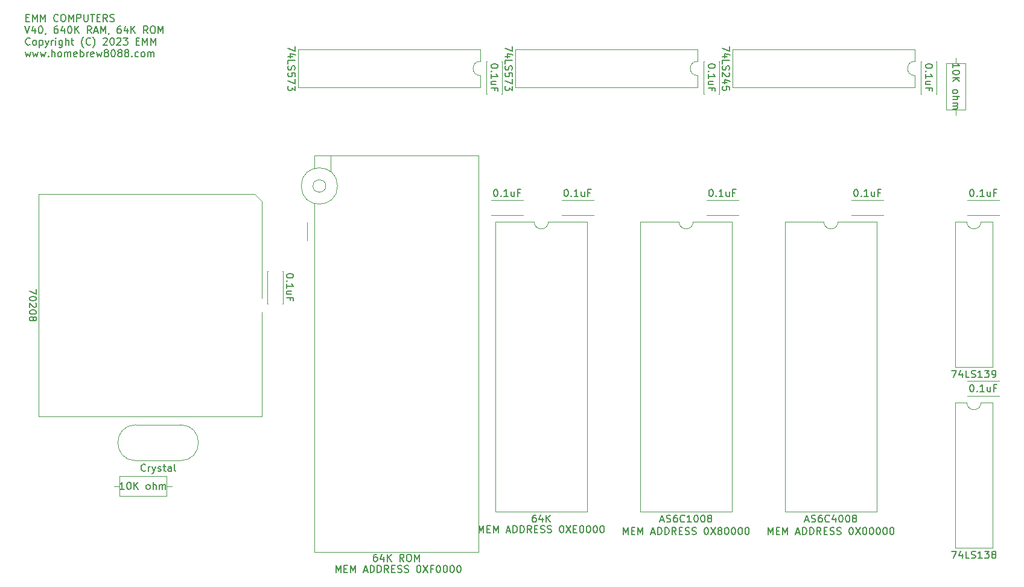
<source format=gbr>
G04 #@! TF.GenerationSoftware,KiCad,Pcbnew,(5.1.8)-1*
G04 #@! TF.CreationDate,2022-11-28T04:52:29-07:00*
G04 #@! TF.ProjectId,V40 64K 640K ISA,56343020-3634-44b2-9036-34304b204953,rev?*
G04 #@! TF.SameCoordinates,Original*
G04 #@! TF.FileFunction,Legend,Top*
G04 #@! TF.FilePolarity,Positive*
%FSLAX46Y46*%
G04 Gerber Fmt 4.6, Leading zero omitted, Abs format (unit mm)*
G04 Created by KiCad (PCBNEW (5.1.8)-1) date 2022-11-28 04:52:29*
%MOMM*%
%LPD*%
G01*
G04 APERTURE LIST*
%ADD10C,0.150000*%
%ADD11C,0.120000*%
G04 APERTURE END LIST*
D10*
X106038475Y-116250980D02*
X106038475Y-115250980D01*
X106371808Y-115965266D01*
X106705141Y-115250980D01*
X106705141Y-116250980D01*
X107181332Y-115727171D02*
X107514665Y-115727171D01*
X107657522Y-116250980D02*
X107181332Y-116250980D01*
X107181332Y-115250980D01*
X107657522Y-115250980D01*
X108086094Y-116250980D02*
X108086094Y-115250980D01*
X108419427Y-115965266D01*
X108752760Y-115250980D01*
X108752760Y-116250980D01*
X109943237Y-115965266D02*
X110419427Y-115965266D01*
X109847999Y-116250980D02*
X110181332Y-115250980D01*
X110514665Y-116250980D01*
X110847999Y-116250980D02*
X110847999Y-115250980D01*
X111086094Y-115250980D01*
X111228951Y-115298600D01*
X111324189Y-115393838D01*
X111371808Y-115489076D01*
X111419427Y-115679552D01*
X111419427Y-115822409D01*
X111371808Y-116012885D01*
X111324189Y-116108123D01*
X111228951Y-116203361D01*
X111086094Y-116250980D01*
X110847999Y-116250980D01*
X111847999Y-116250980D02*
X111847999Y-115250980D01*
X112086094Y-115250980D01*
X112228951Y-115298600D01*
X112324189Y-115393838D01*
X112371808Y-115489076D01*
X112419427Y-115679552D01*
X112419427Y-115822409D01*
X112371808Y-116012885D01*
X112324189Y-116108123D01*
X112228951Y-116203361D01*
X112086094Y-116250980D01*
X111847999Y-116250980D01*
X113419427Y-116250980D02*
X113086094Y-115774790D01*
X112847999Y-116250980D02*
X112847999Y-115250980D01*
X113228951Y-115250980D01*
X113324189Y-115298600D01*
X113371808Y-115346219D01*
X113419427Y-115441457D01*
X113419427Y-115584314D01*
X113371808Y-115679552D01*
X113324189Y-115727171D01*
X113228951Y-115774790D01*
X112847999Y-115774790D01*
X113847999Y-115727171D02*
X114181332Y-115727171D01*
X114324189Y-116250980D02*
X113847999Y-116250980D01*
X113847999Y-115250980D01*
X114324189Y-115250980D01*
X114705141Y-116203361D02*
X114847999Y-116250980D01*
X115086094Y-116250980D01*
X115181332Y-116203361D01*
X115228951Y-116155742D01*
X115276570Y-116060504D01*
X115276570Y-115965266D01*
X115228951Y-115870028D01*
X115181332Y-115822409D01*
X115086094Y-115774790D01*
X114895618Y-115727171D01*
X114800380Y-115679552D01*
X114752760Y-115631933D01*
X114705141Y-115536695D01*
X114705141Y-115441457D01*
X114752760Y-115346219D01*
X114800380Y-115298600D01*
X114895618Y-115250980D01*
X115133713Y-115250980D01*
X115276570Y-115298600D01*
X115657522Y-116203361D02*
X115800380Y-116250980D01*
X116038475Y-116250980D01*
X116133713Y-116203361D01*
X116181332Y-116155742D01*
X116228951Y-116060504D01*
X116228951Y-115965266D01*
X116181332Y-115870028D01*
X116133713Y-115822409D01*
X116038475Y-115774790D01*
X115847999Y-115727171D01*
X115752760Y-115679552D01*
X115705141Y-115631933D01*
X115657522Y-115536695D01*
X115657522Y-115441457D01*
X115705141Y-115346219D01*
X115752760Y-115298600D01*
X115847999Y-115250980D01*
X116086094Y-115250980D01*
X116228951Y-115298600D01*
X117609903Y-115250980D02*
X117705141Y-115250980D01*
X117800380Y-115298600D01*
X117847999Y-115346219D01*
X117895618Y-115441457D01*
X117943237Y-115631933D01*
X117943237Y-115870028D01*
X117895618Y-116060504D01*
X117847999Y-116155742D01*
X117800380Y-116203361D01*
X117705141Y-116250980D01*
X117609903Y-116250980D01*
X117514665Y-116203361D01*
X117467046Y-116155742D01*
X117419427Y-116060504D01*
X117371808Y-115870028D01*
X117371808Y-115631933D01*
X117419427Y-115441457D01*
X117467046Y-115346219D01*
X117514665Y-115298600D01*
X117609903Y-115250980D01*
X118276570Y-115250980D02*
X118943237Y-116250980D01*
X118943237Y-115250980D02*
X118276570Y-116250980D01*
X119324189Y-115727171D02*
X119657522Y-115727171D01*
X119800380Y-116250980D02*
X119324189Y-116250980D01*
X119324189Y-115250980D01*
X119800380Y-115250980D01*
X120419427Y-115250980D02*
X120514665Y-115250980D01*
X120609903Y-115298600D01*
X120657522Y-115346219D01*
X120705141Y-115441457D01*
X120752760Y-115631933D01*
X120752760Y-115870028D01*
X120705141Y-116060504D01*
X120657522Y-116155742D01*
X120609903Y-116203361D01*
X120514665Y-116250980D01*
X120419427Y-116250980D01*
X120324189Y-116203361D01*
X120276570Y-116155742D01*
X120228951Y-116060504D01*
X120181332Y-115870028D01*
X120181332Y-115631933D01*
X120228951Y-115441457D01*
X120276570Y-115346219D01*
X120324189Y-115298600D01*
X120419427Y-115250980D01*
X121371808Y-115250980D02*
X121467046Y-115250980D01*
X121562284Y-115298600D01*
X121609903Y-115346219D01*
X121657522Y-115441457D01*
X121705141Y-115631933D01*
X121705141Y-115870028D01*
X121657522Y-116060504D01*
X121609903Y-116155742D01*
X121562284Y-116203361D01*
X121467046Y-116250980D01*
X121371808Y-116250980D01*
X121276570Y-116203361D01*
X121228951Y-116155742D01*
X121181332Y-116060504D01*
X121133713Y-115870028D01*
X121133713Y-115631933D01*
X121181332Y-115441457D01*
X121228951Y-115346219D01*
X121276570Y-115298600D01*
X121371808Y-115250980D01*
X122324189Y-115250980D02*
X122419427Y-115250980D01*
X122514665Y-115298600D01*
X122562284Y-115346219D01*
X122609903Y-115441457D01*
X122657522Y-115631933D01*
X122657522Y-115870028D01*
X122609903Y-116060504D01*
X122562284Y-116155742D01*
X122514665Y-116203361D01*
X122419427Y-116250980D01*
X122324189Y-116250980D01*
X122228951Y-116203361D01*
X122181332Y-116155742D01*
X122133713Y-116060504D01*
X122086094Y-115870028D01*
X122086094Y-115631933D01*
X122133713Y-115441457D01*
X122181332Y-115346219D01*
X122228951Y-115298600D01*
X122324189Y-115250980D01*
X123276570Y-115250980D02*
X123371808Y-115250980D01*
X123467046Y-115298600D01*
X123514665Y-115346219D01*
X123562284Y-115441457D01*
X123609903Y-115631933D01*
X123609903Y-115870028D01*
X123562284Y-116060504D01*
X123514665Y-116155742D01*
X123467046Y-116203361D01*
X123371808Y-116250980D01*
X123276570Y-116250980D01*
X123181332Y-116203361D01*
X123133713Y-116155742D01*
X123086094Y-116060504D01*
X123038475Y-115870028D01*
X123038475Y-115631933D01*
X123086094Y-115441457D01*
X123133713Y-115346219D01*
X123181332Y-115298600D01*
X123276570Y-115250980D01*
X126334665Y-116504980D02*
X126334665Y-115504980D01*
X126667999Y-116219266D01*
X127001332Y-115504980D01*
X127001332Y-116504980D01*
X127477522Y-115981171D02*
X127810856Y-115981171D01*
X127953713Y-116504980D02*
X127477522Y-116504980D01*
X127477522Y-115504980D01*
X127953713Y-115504980D01*
X128382284Y-116504980D02*
X128382284Y-115504980D01*
X128715618Y-116219266D01*
X129048951Y-115504980D01*
X129048951Y-116504980D01*
X130239427Y-116219266D02*
X130715618Y-116219266D01*
X130144189Y-116504980D02*
X130477522Y-115504980D01*
X130810856Y-116504980D01*
X131144189Y-116504980D02*
X131144189Y-115504980D01*
X131382284Y-115504980D01*
X131525141Y-115552600D01*
X131620380Y-115647838D01*
X131667999Y-115743076D01*
X131715618Y-115933552D01*
X131715618Y-116076409D01*
X131667999Y-116266885D01*
X131620380Y-116362123D01*
X131525141Y-116457361D01*
X131382284Y-116504980D01*
X131144189Y-116504980D01*
X132144189Y-116504980D02*
X132144189Y-115504980D01*
X132382284Y-115504980D01*
X132525141Y-115552600D01*
X132620380Y-115647838D01*
X132667999Y-115743076D01*
X132715618Y-115933552D01*
X132715618Y-116076409D01*
X132667999Y-116266885D01*
X132620380Y-116362123D01*
X132525141Y-116457361D01*
X132382284Y-116504980D01*
X132144189Y-116504980D01*
X133715618Y-116504980D02*
X133382284Y-116028790D01*
X133144189Y-116504980D02*
X133144189Y-115504980D01*
X133525141Y-115504980D01*
X133620380Y-115552600D01*
X133667999Y-115600219D01*
X133715618Y-115695457D01*
X133715618Y-115838314D01*
X133667999Y-115933552D01*
X133620380Y-115981171D01*
X133525141Y-116028790D01*
X133144189Y-116028790D01*
X134144189Y-115981171D02*
X134477522Y-115981171D01*
X134620380Y-116504980D02*
X134144189Y-116504980D01*
X134144189Y-115504980D01*
X134620380Y-115504980D01*
X135001332Y-116457361D02*
X135144189Y-116504980D01*
X135382284Y-116504980D01*
X135477522Y-116457361D01*
X135525141Y-116409742D01*
X135572760Y-116314504D01*
X135572760Y-116219266D01*
X135525141Y-116124028D01*
X135477522Y-116076409D01*
X135382284Y-116028790D01*
X135191808Y-115981171D01*
X135096570Y-115933552D01*
X135048951Y-115885933D01*
X135001332Y-115790695D01*
X135001332Y-115695457D01*
X135048951Y-115600219D01*
X135096570Y-115552600D01*
X135191808Y-115504980D01*
X135429903Y-115504980D01*
X135572760Y-115552600D01*
X135953713Y-116457361D02*
X136096570Y-116504980D01*
X136334665Y-116504980D01*
X136429903Y-116457361D01*
X136477522Y-116409742D01*
X136525141Y-116314504D01*
X136525141Y-116219266D01*
X136477522Y-116124028D01*
X136429903Y-116076409D01*
X136334665Y-116028790D01*
X136144189Y-115981171D01*
X136048951Y-115933552D01*
X136001332Y-115885933D01*
X135953713Y-115790695D01*
X135953713Y-115695457D01*
X136001332Y-115600219D01*
X136048951Y-115552600D01*
X136144189Y-115504980D01*
X136382284Y-115504980D01*
X136525141Y-115552600D01*
X137906094Y-115504980D02*
X138001332Y-115504980D01*
X138096570Y-115552600D01*
X138144189Y-115600219D01*
X138191808Y-115695457D01*
X138239427Y-115885933D01*
X138239427Y-116124028D01*
X138191808Y-116314504D01*
X138144189Y-116409742D01*
X138096570Y-116457361D01*
X138001332Y-116504980D01*
X137906094Y-116504980D01*
X137810856Y-116457361D01*
X137763237Y-116409742D01*
X137715618Y-116314504D01*
X137667999Y-116124028D01*
X137667999Y-115885933D01*
X137715618Y-115695457D01*
X137763237Y-115600219D01*
X137810856Y-115552600D01*
X137906094Y-115504980D01*
X138572760Y-115504980D02*
X139239427Y-116504980D01*
X139239427Y-115504980D02*
X138572760Y-116504980D01*
X139763237Y-115933552D02*
X139667999Y-115885933D01*
X139620380Y-115838314D01*
X139572760Y-115743076D01*
X139572760Y-115695457D01*
X139620380Y-115600219D01*
X139667999Y-115552600D01*
X139763237Y-115504980D01*
X139953713Y-115504980D01*
X140048951Y-115552600D01*
X140096570Y-115600219D01*
X140144189Y-115695457D01*
X140144189Y-115743076D01*
X140096570Y-115838314D01*
X140048951Y-115885933D01*
X139953713Y-115933552D01*
X139763237Y-115933552D01*
X139667999Y-115981171D01*
X139620380Y-116028790D01*
X139572760Y-116124028D01*
X139572760Y-116314504D01*
X139620380Y-116409742D01*
X139667999Y-116457361D01*
X139763237Y-116504980D01*
X139953713Y-116504980D01*
X140048951Y-116457361D01*
X140096570Y-116409742D01*
X140144189Y-116314504D01*
X140144189Y-116124028D01*
X140096570Y-116028790D01*
X140048951Y-115981171D01*
X139953713Y-115933552D01*
X140763237Y-115504980D02*
X140858475Y-115504980D01*
X140953713Y-115552600D01*
X141001332Y-115600219D01*
X141048951Y-115695457D01*
X141096570Y-115885933D01*
X141096570Y-116124028D01*
X141048951Y-116314504D01*
X141001332Y-116409742D01*
X140953713Y-116457361D01*
X140858475Y-116504980D01*
X140763237Y-116504980D01*
X140667999Y-116457361D01*
X140620380Y-116409742D01*
X140572760Y-116314504D01*
X140525141Y-116124028D01*
X140525141Y-115885933D01*
X140572760Y-115695457D01*
X140620380Y-115600219D01*
X140667999Y-115552600D01*
X140763237Y-115504980D01*
X141715618Y-115504980D02*
X141810856Y-115504980D01*
X141906094Y-115552600D01*
X141953713Y-115600219D01*
X142001332Y-115695457D01*
X142048951Y-115885933D01*
X142048951Y-116124028D01*
X142001332Y-116314504D01*
X141953713Y-116409742D01*
X141906094Y-116457361D01*
X141810856Y-116504980D01*
X141715618Y-116504980D01*
X141620380Y-116457361D01*
X141572760Y-116409742D01*
X141525141Y-116314504D01*
X141477522Y-116124028D01*
X141477522Y-115885933D01*
X141525141Y-115695457D01*
X141572760Y-115600219D01*
X141620380Y-115552600D01*
X141715618Y-115504980D01*
X142667999Y-115504980D02*
X142763237Y-115504980D01*
X142858475Y-115552600D01*
X142906094Y-115600219D01*
X142953713Y-115695457D01*
X143001332Y-115885933D01*
X143001332Y-116124028D01*
X142953713Y-116314504D01*
X142906094Y-116409742D01*
X142858475Y-116457361D01*
X142763237Y-116504980D01*
X142667999Y-116504980D01*
X142572760Y-116457361D01*
X142525141Y-116409742D01*
X142477522Y-116314504D01*
X142429903Y-116124028D01*
X142429903Y-115885933D01*
X142477522Y-115695457D01*
X142525141Y-115600219D01*
X142572760Y-115552600D01*
X142667999Y-115504980D01*
X143620380Y-115504980D02*
X143715618Y-115504980D01*
X143810856Y-115552600D01*
X143858475Y-115600219D01*
X143906094Y-115695457D01*
X143953713Y-115885933D01*
X143953713Y-116124028D01*
X143906094Y-116314504D01*
X143858475Y-116409742D01*
X143810856Y-116457361D01*
X143715618Y-116504980D01*
X143620380Y-116504980D01*
X143525141Y-116457361D01*
X143477522Y-116409742D01*
X143429903Y-116314504D01*
X143382284Y-116124028D01*
X143382284Y-115885933D01*
X143429903Y-115695457D01*
X143477522Y-115600219D01*
X143525141Y-115552600D01*
X143620380Y-115504980D01*
X146654665Y-116504980D02*
X146654665Y-115504980D01*
X146987999Y-116219266D01*
X147321332Y-115504980D01*
X147321332Y-116504980D01*
X147797522Y-115981171D02*
X148130856Y-115981171D01*
X148273713Y-116504980D02*
X147797522Y-116504980D01*
X147797522Y-115504980D01*
X148273713Y-115504980D01*
X148702284Y-116504980D02*
X148702284Y-115504980D01*
X149035618Y-116219266D01*
X149368951Y-115504980D01*
X149368951Y-116504980D01*
X150559427Y-116219266D02*
X151035618Y-116219266D01*
X150464189Y-116504980D02*
X150797522Y-115504980D01*
X151130856Y-116504980D01*
X151464189Y-116504980D02*
X151464189Y-115504980D01*
X151702284Y-115504980D01*
X151845141Y-115552600D01*
X151940380Y-115647838D01*
X151987999Y-115743076D01*
X152035618Y-115933552D01*
X152035618Y-116076409D01*
X151987999Y-116266885D01*
X151940380Y-116362123D01*
X151845141Y-116457361D01*
X151702284Y-116504980D01*
X151464189Y-116504980D01*
X152464189Y-116504980D02*
X152464189Y-115504980D01*
X152702284Y-115504980D01*
X152845141Y-115552600D01*
X152940380Y-115647838D01*
X152987999Y-115743076D01*
X153035618Y-115933552D01*
X153035618Y-116076409D01*
X152987999Y-116266885D01*
X152940380Y-116362123D01*
X152845141Y-116457361D01*
X152702284Y-116504980D01*
X152464189Y-116504980D01*
X154035618Y-116504980D02*
X153702284Y-116028790D01*
X153464189Y-116504980D02*
X153464189Y-115504980D01*
X153845141Y-115504980D01*
X153940380Y-115552600D01*
X153987999Y-115600219D01*
X154035618Y-115695457D01*
X154035618Y-115838314D01*
X153987999Y-115933552D01*
X153940380Y-115981171D01*
X153845141Y-116028790D01*
X153464189Y-116028790D01*
X154464189Y-115981171D02*
X154797522Y-115981171D01*
X154940380Y-116504980D02*
X154464189Y-116504980D01*
X154464189Y-115504980D01*
X154940380Y-115504980D01*
X155321332Y-116457361D02*
X155464189Y-116504980D01*
X155702284Y-116504980D01*
X155797522Y-116457361D01*
X155845141Y-116409742D01*
X155892760Y-116314504D01*
X155892760Y-116219266D01*
X155845141Y-116124028D01*
X155797522Y-116076409D01*
X155702284Y-116028790D01*
X155511808Y-115981171D01*
X155416570Y-115933552D01*
X155368951Y-115885933D01*
X155321332Y-115790695D01*
X155321332Y-115695457D01*
X155368951Y-115600219D01*
X155416570Y-115552600D01*
X155511808Y-115504980D01*
X155749903Y-115504980D01*
X155892760Y-115552600D01*
X156273713Y-116457361D02*
X156416570Y-116504980D01*
X156654665Y-116504980D01*
X156749903Y-116457361D01*
X156797522Y-116409742D01*
X156845141Y-116314504D01*
X156845141Y-116219266D01*
X156797522Y-116124028D01*
X156749903Y-116076409D01*
X156654665Y-116028790D01*
X156464189Y-115981171D01*
X156368951Y-115933552D01*
X156321332Y-115885933D01*
X156273713Y-115790695D01*
X156273713Y-115695457D01*
X156321332Y-115600219D01*
X156368951Y-115552600D01*
X156464189Y-115504980D01*
X156702284Y-115504980D01*
X156845141Y-115552600D01*
X158226094Y-115504980D02*
X158321332Y-115504980D01*
X158416570Y-115552600D01*
X158464189Y-115600219D01*
X158511808Y-115695457D01*
X158559427Y-115885933D01*
X158559427Y-116124028D01*
X158511808Y-116314504D01*
X158464189Y-116409742D01*
X158416570Y-116457361D01*
X158321332Y-116504980D01*
X158226094Y-116504980D01*
X158130856Y-116457361D01*
X158083237Y-116409742D01*
X158035618Y-116314504D01*
X157987999Y-116124028D01*
X157987999Y-115885933D01*
X158035618Y-115695457D01*
X158083237Y-115600219D01*
X158130856Y-115552600D01*
X158226094Y-115504980D01*
X158892760Y-115504980D02*
X159559427Y-116504980D01*
X159559427Y-115504980D02*
X158892760Y-116504980D01*
X160130856Y-115504980D02*
X160226094Y-115504980D01*
X160321332Y-115552600D01*
X160368951Y-115600219D01*
X160416570Y-115695457D01*
X160464189Y-115885933D01*
X160464189Y-116124028D01*
X160416570Y-116314504D01*
X160368951Y-116409742D01*
X160321332Y-116457361D01*
X160226094Y-116504980D01*
X160130856Y-116504980D01*
X160035618Y-116457361D01*
X159987999Y-116409742D01*
X159940380Y-116314504D01*
X159892760Y-116124028D01*
X159892760Y-115885933D01*
X159940380Y-115695457D01*
X159987999Y-115600219D01*
X160035618Y-115552600D01*
X160130856Y-115504980D01*
X161083237Y-115504980D02*
X161178475Y-115504980D01*
X161273713Y-115552600D01*
X161321332Y-115600219D01*
X161368951Y-115695457D01*
X161416570Y-115885933D01*
X161416570Y-116124028D01*
X161368951Y-116314504D01*
X161321332Y-116409742D01*
X161273713Y-116457361D01*
X161178475Y-116504980D01*
X161083237Y-116504980D01*
X160987999Y-116457361D01*
X160940380Y-116409742D01*
X160892760Y-116314504D01*
X160845141Y-116124028D01*
X160845141Y-115885933D01*
X160892760Y-115695457D01*
X160940380Y-115600219D01*
X160987999Y-115552600D01*
X161083237Y-115504980D01*
X162035618Y-115504980D02*
X162130856Y-115504980D01*
X162226094Y-115552600D01*
X162273713Y-115600219D01*
X162321332Y-115695457D01*
X162368951Y-115885933D01*
X162368951Y-116124028D01*
X162321332Y-116314504D01*
X162273713Y-116409742D01*
X162226094Y-116457361D01*
X162130856Y-116504980D01*
X162035618Y-116504980D01*
X161940380Y-116457361D01*
X161892760Y-116409742D01*
X161845141Y-116314504D01*
X161797522Y-116124028D01*
X161797522Y-115885933D01*
X161845141Y-115695457D01*
X161892760Y-115600219D01*
X161940380Y-115552600D01*
X162035618Y-115504980D01*
X162987999Y-115504980D02*
X163083237Y-115504980D01*
X163178475Y-115552600D01*
X163226094Y-115600219D01*
X163273713Y-115695457D01*
X163321332Y-115885933D01*
X163321332Y-116124028D01*
X163273713Y-116314504D01*
X163226094Y-116409742D01*
X163178475Y-116457361D01*
X163083237Y-116504980D01*
X162987999Y-116504980D01*
X162892760Y-116457361D01*
X162845141Y-116409742D01*
X162797522Y-116314504D01*
X162749903Y-116124028D01*
X162749903Y-115885933D01*
X162797522Y-115695457D01*
X162845141Y-115600219D01*
X162892760Y-115552600D01*
X162987999Y-115504980D01*
X163940380Y-115504980D02*
X164035618Y-115504980D01*
X164130856Y-115552600D01*
X164178475Y-115600219D01*
X164226094Y-115695457D01*
X164273713Y-115885933D01*
X164273713Y-116124028D01*
X164226094Y-116314504D01*
X164178475Y-116409742D01*
X164130856Y-116457361D01*
X164035618Y-116504980D01*
X163940380Y-116504980D01*
X163845141Y-116457361D01*
X163797522Y-116409742D01*
X163749903Y-116314504D01*
X163702284Y-116124028D01*
X163702284Y-115885933D01*
X163749903Y-115695457D01*
X163797522Y-115600219D01*
X163845141Y-115552600D01*
X163940380Y-115504980D01*
X85996284Y-121838980D02*
X85996284Y-120838980D01*
X86329618Y-121553266D01*
X86662951Y-120838980D01*
X86662951Y-121838980D01*
X87139141Y-121315171D02*
X87472475Y-121315171D01*
X87615332Y-121838980D02*
X87139141Y-121838980D01*
X87139141Y-120838980D01*
X87615332Y-120838980D01*
X88043903Y-121838980D02*
X88043903Y-120838980D01*
X88377237Y-121553266D01*
X88710570Y-120838980D01*
X88710570Y-121838980D01*
X89901046Y-121553266D02*
X90377237Y-121553266D01*
X89805808Y-121838980D02*
X90139141Y-120838980D01*
X90472475Y-121838980D01*
X90805808Y-121838980D02*
X90805808Y-120838980D01*
X91043903Y-120838980D01*
X91186760Y-120886600D01*
X91281999Y-120981838D01*
X91329618Y-121077076D01*
X91377237Y-121267552D01*
X91377237Y-121410409D01*
X91329618Y-121600885D01*
X91281999Y-121696123D01*
X91186760Y-121791361D01*
X91043903Y-121838980D01*
X90805808Y-121838980D01*
X91805808Y-121838980D02*
X91805808Y-120838980D01*
X92043903Y-120838980D01*
X92186760Y-120886600D01*
X92281999Y-120981838D01*
X92329618Y-121077076D01*
X92377237Y-121267552D01*
X92377237Y-121410409D01*
X92329618Y-121600885D01*
X92281999Y-121696123D01*
X92186760Y-121791361D01*
X92043903Y-121838980D01*
X91805808Y-121838980D01*
X93377237Y-121838980D02*
X93043903Y-121362790D01*
X92805808Y-121838980D02*
X92805808Y-120838980D01*
X93186760Y-120838980D01*
X93281999Y-120886600D01*
X93329618Y-120934219D01*
X93377237Y-121029457D01*
X93377237Y-121172314D01*
X93329618Y-121267552D01*
X93281999Y-121315171D01*
X93186760Y-121362790D01*
X92805808Y-121362790D01*
X93805808Y-121315171D02*
X94139141Y-121315171D01*
X94281999Y-121838980D02*
X93805808Y-121838980D01*
X93805808Y-120838980D01*
X94281999Y-120838980D01*
X94662951Y-121791361D02*
X94805808Y-121838980D01*
X95043903Y-121838980D01*
X95139141Y-121791361D01*
X95186760Y-121743742D01*
X95234380Y-121648504D01*
X95234380Y-121553266D01*
X95186760Y-121458028D01*
X95139141Y-121410409D01*
X95043903Y-121362790D01*
X94853427Y-121315171D01*
X94758189Y-121267552D01*
X94710570Y-121219933D01*
X94662951Y-121124695D01*
X94662951Y-121029457D01*
X94710570Y-120934219D01*
X94758189Y-120886600D01*
X94853427Y-120838980D01*
X95091522Y-120838980D01*
X95234380Y-120886600D01*
X95615332Y-121791361D02*
X95758189Y-121838980D01*
X95996284Y-121838980D01*
X96091522Y-121791361D01*
X96139141Y-121743742D01*
X96186760Y-121648504D01*
X96186760Y-121553266D01*
X96139141Y-121458028D01*
X96091522Y-121410409D01*
X95996284Y-121362790D01*
X95805808Y-121315171D01*
X95710570Y-121267552D01*
X95662951Y-121219933D01*
X95615332Y-121124695D01*
X95615332Y-121029457D01*
X95662951Y-120934219D01*
X95710570Y-120886600D01*
X95805808Y-120838980D01*
X96043903Y-120838980D01*
X96186760Y-120886600D01*
X97567713Y-120838980D02*
X97662951Y-120838980D01*
X97758189Y-120886600D01*
X97805808Y-120934219D01*
X97853427Y-121029457D01*
X97901046Y-121219933D01*
X97901046Y-121458028D01*
X97853427Y-121648504D01*
X97805808Y-121743742D01*
X97758189Y-121791361D01*
X97662951Y-121838980D01*
X97567713Y-121838980D01*
X97472475Y-121791361D01*
X97424856Y-121743742D01*
X97377237Y-121648504D01*
X97329618Y-121458028D01*
X97329618Y-121219933D01*
X97377237Y-121029457D01*
X97424856Y-120934219D01*
X97472475Y-120886600D01*
X97567713Y-120838980D01*
X98234380Y-120838980D02*
X98901046Y-121838980D01*
X98901046Y-120838980D02*
X98234380Y-121838980D01*
X99615332Y-121315171D02*
X99281999Y-121315171D01*
X99281999Y-121838980D02*
X99281999Y-120838980D01*
X99758189Y-120838980D01*
X100329618Y-120838980D02*
X100424856Y-120838980D01*
X100520094Y-120886600D01*
X100567713Y-120934219D01*
X100615332Y-121029457D01*
X100662951Y-121219933D01*
X100662951Y-121458028D01*
X100615332Y-121648504D01*
X100567713Y-121743742D01*
X100520094Y-121791361D01*
X100424856Y-121838980D01*
X100329618Y-121838980D01*
X100234380Y-121791361D01*
X100186760Y-121743742D01*
X100139141Y-121648504D01*
X100091522Y-121458028D01*
X100091522Y-121219933D01*
X100139141Y-121029457D01*
X100186760Y-120934219D01*
X100234380Y-120886600D01*
X100329618Y-120838980D01*
X101281999Y-120838980D02*
X101377237Y-120838980D01*
X101472475Y-120886600D01*
X101520094Y-120934219D01*
X101567713Y-121029457D01*
X101615332Y-121219933D01*
X101615332Y-121458028D01*
X101567713Y-121648504D01*
X101520094Y-121743742D01*
X101472475Y-121791361D01*
X101377237Y-121838980D01*
X101281999Y-121838980D01*
X101186760Y-121791361D01*
X101139141Y-121743742D01*
X101091522Y-121648504D01*
X101043903Y-121458028D01*
X101043903Y-121219933D01*
X101091522Y-121029457D01*
X101139141Y-120934219D01*
X101186760Y-120886600D01*
X101281999Y-120838980D01*
X102234380Y-120838980D02*
X102329618Y-120838980D01*
X102424856Y-120886600D01*
X102472475Y-120934219D01*
X102520094Y-121029457D01*
X102567713Y-121219933D01*
X102567713Y-121458028D01*
X102520094Y-121648504D01*
X102472475Y-121743742D01*
X102424856Y-121791361D01*
X102329618Y-121838980D01*
X102234380Y-121838980D01*
X102139141Y-121791361D01*
X102091522Y-121743742D01*
X102043903Y-121648504D01*
X101996284Y-121458028D01*
X101996284Y-121219933D01*
X102043903Y-121029457D01*
X102091522Y-120934219D01*
X102139141Y-120886600D01*
X102234380Y-120838980D01*
X103186760Y-120838980D02*
X103281999Y-120838980D01*
X103377237Y-120886600D01*
X103424856Y-120934219D01*
X103472475Y-121029457D01*
X103520094Y-121219933D01*
X103520094Y-121458028D01*
X103472475Y-121648504D01*
X103424856Y-121743742D01*
X103377237Y-121791361D01*
X103281999Y-121838980D01*
X103186760Y-121838980D01*
X103091522Y-121791361D01*
X103043903Y-121743742D01*
X102996284Y-121648504D01*
X102948665Y-121458028D01*
X102948665Y-121219933D01*
X102996284Y-121029457D01*
X103043903Y-120934219D01*
X103091522Y-120886600D01*
X103186760Y-120838980D01*
X42491975Y-43910171D02*
X42825308Y-43910171D01*
X42968165Y-44433980D02*
X42491975Y-44433980D01*
X42491975Y-43433980D01*
X42968165Y-43433980D01*
X43396737Y-44433980D02*
X43396737Y-43433980D01*
X43730070Y-44148266D01*
X44063403Y-43433980D01*
X44063403Y-44433980D01*
X44539594Y-44433980D02*
X44539594Y-43433980D01*
X44872927Y-44148266D01*
X45206260Y-43433980D01*
X45206260Y-44433980D01*
X47015784Y-44338742D02*
X46968165Y-44386361D01*
X46825308Y-44433980D01*
X46730070Y-44433980D01*
X46587213Y-44386361D01*
X46491975Y-44291123D01*
X46444356Y-44195885D01*
X46396737Y-44005409D01*
X46396737Y-43862552D01*
X46444356Y-43672076D01*
X46491975Y-43576838D01*
X46587213Y-43481600D01*
X46730070Y-43433980D01*
X46825308Y-43433980D01*
X46968165Y-43481600D01*
X47015784Y-43529219D01*
X47634832Y-43433980D02*
X47825308Y-43433980D01*
X47920546Y-43481600D01*
X48015784Y-43576838D01*
X48063403Y-43767314D01*
X48063403Y-44100647D01*
X48015784Y-44291123D01*
X47920546Y-44386361D01*
X47825308Y-44433980D01*
X47634832Y-44433980D01*
X47539594Y-44386361D01*
X47444356Y-44291123D01*
X47396737Y-44100647D01*
X47396737Y-43767314D01*
X47444356Y-43576838D01*
X47539594Y-43481600D01*
X47634832Y-43433980D01*
X48491975Y-44433980D02*
X48491975Y-43433980D01*
X48825308Y-44148266D01*
X49158641Y-43433980D01*
X49158641Y-44433980D01*
X49634832Y-44433980D02*
X49634832Y-43433980D01*
X50015784Y-43433980D01*
X50111022Y-43481600D01*
X50158641Y-43529219D01*
X50206260Y-43624457D01*
X50206260Y-43767314D01*
X50158641Y-43862552D01*
X50111022Y-43910171D01*
X50015784Y-43957790D01*
X49634832Y-43957790D01*
X50634832Y-43433980D02*
X50634832Y-44243504D01*
X50682451Y-44338742D01*
X50730070Y-44386361D01*
X50825308Y-44433980D01*
X51015784Y-44433980D01*
X51111022Y-44386361D01*
X51158641Y-44338742D01*
X51206260Y-44243504D01*
X51206260Y-43433980D01*
X51539594Y-43433980D02*
X52111022Y-43433980D01*
X51825308Y-44433980D02*
X51825308Y-43433980D01*
X52444356Y-43910171D02*
X52777689Y-43910171D01*
X52920546Y-44433980D02*
X52444356Y-44433980D01*
X52444356Y-43433980D01*
X52920546Y-43433980D01*
X53920546Y-44433980D02*
X53587213Y-43957790D01*
X53349118Y-44433980D02*
X53349118Y-43433980D01*
X53730070Y-43433980D01*
X53825308Y-43481600D01*
X53872927Y-43529219D01*
X53920546Y-43624457D01*
X53920546Y-43767314D01*
X53872927Y-43862552D01*
X53825308Y-43910171D01*
X53730070Y-43957790D01*
X53349118Y-43957790D01*
X54301499Y-44386361D02*
X54444356Y-44433980D01*
X54682451Y-44433980D01*
X54777689Y-44386361D01*
X54825308Y-44338742D01*
X54872927Y-44243504D01*
X54872927Y-44148266D01*
X54825308Y-44053028D01*
X54777689Y-44005409D01*
X54682451Y-43957790D01*
X54491975Y-43910171D01*
X54396737Y-43862552D01*
X54349118Y-43814933D01*
X54301499Y-43719695D01*
X54301499Y-43624457D01*
X54349118Y-43529219D01*
X54396737Y-43481600D01*
X54491975Y-43433980D01*
X54730070Y-43433980D01*
X54872927Y-43481600D01*
X42349118Y-45083980D02*
X42682451Y-46083980D01*
X43015784Y-45083980D01*
X43777689Y-45417314D02*
X43777689Y-46083980D01*
X43539594Y-45036361D02*
X43301499Y-45750647D01*
X43920546Y-45750647D01*
X44491975Y-45083980D02*
X44587213Y-45083980D01*
X44682451Y-45131600D01*
X44730070Y-45179219D01*
X44777689Y-45274457D01*
X44825308Y-45464933D01*
X44825308Y-45703028D01*
X44777689Y-45893504D01*
X44730070Y-45988742D01*
X44682451Y-46036361D01*
X44587213Y-46083980D01*
X44491975Y-46083980D01*
X44396737Y-46036361D01*
X44349118Y-45988742D01*
X44301499Y-45893504D01*
X44253880Y-45703028D01*
X44253880Y-45464933D01*
X44301499Y-45274457D01*
X44349118Y-45179219D01*
X44396737Y-45131600D01*
X44491975Y-45083980D01*
X45301499Y-46036361D02*
X45301499Y-46083980D01*
X45253880Y-46179219D01*
X45206260Y-46226838D01*
X46920546Y-45083980D02*
X46730070Y-45083980D01*
X46634832Y-45131600D01*
X46587213Y-45179219D01*
X46491975Y-45322076D01*
X46444356Y-45512552D01*
X46444356Y-45893504D01*
X46491975Y-45988742D01*
X46539594Y-46036361D01*
X46634832Y-46083980D01*
X46825308Y-46083980D01*
X46920546Y-46036361D01*
X46968165Y-45988742D01*
X47015784Y-45893504D01*
X47015784Y-45655409D01*
X46968165Y-45560171D01*
X46920546Y-45512552D01*
X46825308Y-45464933D01*
X46634832Y-45464933D01*
X46539594Y-45512552D01*
X46491975Y-45560171D01*
X46444356Y-45655409D01*
X47872927Y-45417314D02*
X47872927Y-46083980D01*
X47634832Y-45036361D02*
X47396737Y-45750647D01*
X48015784Y-45750647D01*
X48587213Y-45083980D02*
X48682451Y-45083980D01*
X48777689Y-45131600D01*
X48825308Y-45179219D01*
X48872927Y-45274457D01*
X48920546Y-45464933D01*
X48920546Y-45703028D01*
X48872927Y-45893504D01*
X48825308Y-45988742D01*
X48777689Y-46036361D01*
X48682451Y-46083980D01*
X48587213Y-46083980D01*
X48491975Y-46036361D01*
X48444356Y-45988742D01*
X48396737Y-45893504D01*
X48349118Y-45703028D01*
X48349118Y-45464933D01*
X48396737Y-45274457D01*
X48444356Y-45179219D01*
X48491975Y-45131600D01*
X48587213Y-45083980D01*
X49349118Y-46083980D02*
X49349118Y-45083980D01*
X49920546Y-46083980D02*
X49491975Y-45512552D01*
X49920546Y-45083980D02*
X49349118Y-45655409D01*
X51682451Y-46083980D02*
X51349118Y-45607790D01*
X51111022Y-46083980D02*
X51111022Y-45083980D01*
X51491975Y-45083980D01*
X51587213Y-45131600D01*
X51634832Y-45179219D01*
X51682451Y-45274457D01*
X51682451Y-45417314D01*
X51634832Y-45512552D01*
X51587213Y-45560171D01*
X51491975Y-45607790D01*
X51111022Y-45607790D01*
X52063403Y-45798266D02*
X52539594Y-45798266D01*
X51968165Y-46083980D02*
X52301499Y-45083980D01*
X52634832Y-46083980D01*
X52968165Y-46083980D02*
X52968165Y-45083980D01*
X53301499Y-45798266D01*
X53634832Y-45083980D01*
X53634832Y-46083980D01*
X54158641Y-46036361D02*
X54158641Y-46083980D01*
X54111022Y-46179219D01*
X54063403Y-46226838D01*
X55777689Y-45083980D02*
X55587213Y-45083980D01*
X55491975Y-45131600D01*
X55444356Y-45179219D01*
X55349118Y-45322076D01*
X55301499Y-45512552D01*
X55301499Y-45893504D01*
X55349118Y-45988742D01*
X55396737Y-46036361D01*
X55491975Y-46083980D01*
X55682451Y-46083980D01*
X55777689Y-46036361D01*
X55825308Y-45988742D01*
X55872927Y-45893504D01*
X55872927Y-45655409D01*
X55825308Y-45560171D01*
X55777689Y-45512552D01*
X55682451Y-45464933D01*
X55491975Y-45464933D01*
X55396737Y-45512552D01*
X55349118Y-45560171D01*
X55301499Y-45655409D01*
X56730070Y-45417314D02*
X56730070Y-46083980D01*
X56491975Y-45036361D02*
X56253880Y-45750647D01*
X56872927Y-45750647D01*
X57253880Y-46083980D02*
X57253880Y-45083980D01*
X57825308Y-46083980D02*
X57396737Y-45512552D01*
X57825308Y-45083980D02*
X57253880Y-45655409D01*
X59587213Y-46083980D02*
X59253880Y-45607790D01*
X59015784Y-46083980D02*
X59015784Y-45083980D01*
X59396737Y-45083980D01*
X59491975Y-45131600D01*
X59539594Y-45179219D01*
X59587213Y-45274457D01*
X59587213Y-45417314D01*
X59539594Y-45512552D01*
X59491975Y-45560171D01*
X59396737Y-45607790D01*
X59015784Y-45607790D01*
X60206260Y-45083980D02*
X60396737Y-45083980D01*
X60491975Y-45131600D01*
X60587213Y-45226838D01*
X60634832Y-45417314D01*
X60634832Y-45750647D01*
X60587213Y-45941123D01*
X60491975Y-46036361D01*
X60396737Y-46083980D01*
X60206260Y-46083980D01*
X60111022Y-46036361D01*
X60015784Y-45941123D01*
X59968165Y-45750647D01*
X59968165Y-45417314D01*
X60015784Y-45226838D01*
X60111022Y-45131600D01*
X60206260Y-45083980D01*
X61063403Y-46083980D02*
X61063403Y-45083980D01*
X61396737Y-45798266D01*
X61730070Y-45083980D01*
X61730070Y-46083980D01*
X43063403Y-47638742D02*
X43015784Y-47686361D01*
X42872927Y-47733980D01*
X42777689Y-47733980D01*
X42634832Y-47686361D01*
X42539594Y-47591123D01*
X42491975Y-47495885D01*
X42444356Y-47305409D01*
X42444356Y-47162552D01*
X42491975Y-46972076D01*
X42539594Y-46876838D01*
X42634832Y-46781600D01*
X42777689Y-46733980D01*
X42872927Y-46733980D01*
X43015784Y-46781600D01*
X43063403Y-46829219D01*
X43634832Y-47733980D02*
X43539594Y-47686361D01*
X43491975Y-47638742D01*
X43444356Y-47543504D01*
X43444356Y-47257790D01*
X43491975Y-47162552D01*
X43539594Y-47114933D01*
X43634832Y-47067314D01*
X43777689Y-47067314D01*
X43872927Y-47114933D01*
X43920546Y-47162552D01*
X43968165Y-47257790D01*
X43968165Y-47543504D01*
X43920546Y-47638742D01*
X43872927Y-47686361D01*
X43777689Y-47733980D01*
X43634832Y-47733980D01*
X44396737Y-47067314D02*
X44396737Y-48067314D01*
X44396737Y-47114933D02*
X44491975Y-47067314D01*
X44682451Y-47067314D01*
X44777689Y-47114933D01*
X44825308Y-47162552D01*
X44872927Y-47257790D01*
X44872927Y-47543504D01*
X44825308Y-47638742D01*
X44777689Y-47686361D01*
X44682451Y-47733980D01*
X44491975Y-47733980D01*
X44396737Y-47686361D01*
X45206260Y-47067314D02*
X45444356Y-47733980D01*
X45682451Y-47067314D02*
X45444356Y-47733980D01*
X45349118Y-47972076D01*
X45301499Y-48019695D01*
X45206260Y-48067314D01*
X46063403Y-47733980D02*
X46063403Y-47067314D01*
X46063403Y-47257790D02*
X46111022Y-47162552D01*
X46158641Y-47114933D01*
X46253880Y-47067314D01*
X46349118Y-47067314D01*
X46682451Y-47733980D02*
X46682451Y-47067314D01*
X46682451Y-46733980D02*
X46634832Y-46781600D01*
X46682451Y-46829219D01*
X46730070Y-46781600D01*
X46682451Y-46733980D01*
X46682451Y-46829219D01*
X47587213Y-47067314D02*
X47587213Y-47876838D01*
X47539594Y-47972076D01*
X47491975Y-48019695D01*
X47396737Y-48067314D01*
X47253880Y-48067314D01*
X47158641Y-48019695D01*
X47587213Y-47686361D02*
X47491975Y-47733980D01*
X47301499Y-47733980D01*
X47206260Y-47686361D01*
X47158641Y-47638742D01*
X47111022Y-47543504D01*
X47111022Y-47257790D01*
X47158641Y-47162552D01*
X47206260Y-47114933D01*
X47301499Y-47067314D01*
X47491975Y-47067314D01*
X47587213Y-47114933D01*
X48063403Y-47733980D02*
X48063403Y-46733980D01*
X48491975Y-47733980D02*
X48491975Y-47210171D01*
X48444356Y-47114933D01*
X48349118Y-47067314D01*
X48206260Y-47067314D01*
X48111022Y-47114933D01*
X48063403Y-47162552D01*
X48825308Y-47067314D02*
X49206260Y-47067314D01*
X48968165Y-46733980D02*
X48968165Y-47591123D01*
X49015784Y-47686361D01*
X49111022Y-47733980D01*
X49206260Y-47733980D01*
X50587213Y-48114933D02*
X50539594Y-48067314D01*
X50444356Y-47924457D01*
X50396737Y-47829219D01*
X50349118Y-47686361D01*
X50301499Y-47448266D01*
X50301499Y-47257790D01*
X50349118Y-47019695D01*
X50396737Y-46876838D01*
X50444356Y-46781600D01*
X50539594Y-46638742D01*
X50587213Y-46591123D01*
X51539594Y-47638742D02*
X51491975Y-47686361D01*
X51349118Y-47733980D01*
X51253880Y-47733980D01*
X51111022Y-47686361D01*
X51015784Y-47591123D01*
X50968165Y-47495885D01*
X50920546Y-47305409D01*
X50920546Y-47162552D01*
X50968165Y-46972076D01*
X51015784Y-46876838D01*
X51111022Y-46781600D01*
X51253880Y-46733980D01*
X51349118Y-46733980D01*
X51491975Y-46781600D01*
X51539594Y-46829219D01*
X51872927Y-48114933D02*
X51920546Y-48067314D01*
X52015784Y-47924457D01*
X52063403Y-47829219D01*
X52111022Y-47686361D01*
X52158641Y-47448266D01*
X52158641Y-47257790D01*
X52111022Y-47019695D01*
X52063403Y-46876838D01*
X52015784Y-46781600D01*
X51920546Y-46638742D01*
X51872927Y-46591123D01*
X53349118Y-46829219D02*
X53396737Y-46781600D01*
X53491975Y-46733980D01*
X53730070Y-46733980D01*
X53825308Y-46781600D01*
X53872927Y-46829219D01*
X53920546Y-46924457D01*
X53920546Y-47019695D01*
X53872927Y-47162552D01*
X53301499Y-47733980D01*
X53920546Y-47733980D01*
X54539594Y-46733980D02*
X54634832Y-46733980D01*
X54730070Y-46781600D01*
X54777689Y-46829219D01*
X54825308Y-46924457D01*
X54872927Y-47114933D01*
X54872927Y-47353028D01*
X54825308Y-47543504D01*
X54777689Y-47638742D01*
X54730070Y-47686361D01*
X54634832Y-47733980D01*
X54539594Y-47733980D01*
X54444356Y-47686361D01*
X54396737Y-47638742D01*
X54349118Y-47543504D01*
X54301499Y-47353028D01*
X54301499Y-47114933D01*
X54349118Y-46924457D01*
X54396737Y-46829219D01*
X54444356Y-46781600D01*
X54539594Y-46733980D01*
X55253880Y-46829219D02*
X55301499Y-46781600D01*
X55396737Y-46733980D01*
X55634832Y-46733980D01*
X55730070Y-46781600D01*
X55777689Y-46829219D01*
X55825308Y-46924457D01*
X55825308Y-47019695D01*
X55777689Y-47162552D01*
X55206260Y-47733980D01*
X55825308Y-47733980D01*
X56158641Y-46733980D02*
X56777689Y-46733980D01*
X56444356Y-47114933D01*
X56587213Y-47114933D01*
X56682451Y-47162552D01*
X56730070Y-47210171D01*
X56777689Y-47305409D01*
X56777689Y-47543504D01*
X56730070Y-47638742D01*
X56682451Y-47686361D01*
X56587213Y-47733980D01*
X56301499Y-47733980D01*
X56206260Y-47686361D01*
X56158641Y-47638742D01*
X57968165Y-47210171D02*
X58301499Y-47210171D01*
X58444356Y-47733980D02*
X57968165Y-47733980D01*
X57968165Y-46733980D01*
X58444356Y-46733980D01*
X58872927Y-47733980D02*
X58872927Y-46733980D01*
X59206260Y-47448266D01*
X59539594Y-46733980D01*
X59539594Y-47733980D01*
X60015784Y-47733980D02*
X60015784Y-46733980D01*
X60349118Y-47448266D01*
X60682451Y-46733980D01*
X60682451Y-47733980D01*
X42396737Y-48717314D02*
X42587213Y-49383980D01*
X42777689Y-48907790D01*
X42968165Y-49383980D01*
X43158641Y-48717314D01*
X43444356Y-48717314D02*
X43634832Y-49383980D01*
X43825308Y-48907790D01*
X44015784Y-49383980D01*
X44206260Y-48717314D01*
X44491975Y-48717314D02*
X44682451Y-49383980D01*
X44872927Y-48907790D01*
X45063403Y-49383980D01*
X45253880Y-48717314D01*
X45634832Y-49288742D02*
X45682451Y-49336361D01*
X45634832Y-49383980D01*
X45587213Y-49336361D01*
X45634832Y-49288742D01*
X45634832Y-49383980D01*
X46111022Y-49383980D02*
X46111022Y-48383980D01*
X46539594Y-49383980D02*
X46539594Y-48860171D01*
X46491975Y-48764933D01*
X46396737Y-48717314D01*
X46253880Y-48717314D01*
X46158641Y-48764933D01*
X46111022Y-48812552D01*
X47158641Y-49383980D02*
X47063403Y-49336361D01*
X47015784Y-49288742D01*
X46968165Y-49193504D01*
X46968165Y-48907790D01*
X47015784Y-48812552D01*
X47063403Y-48764933D01*
X47158641Y-48717314D01*
X47301499Y-48717314D01*
X47396737Y-48764933D01*
X47444356Y-48812552D01*
X47491975Y-48907790D01*
X47491975Y-49193504D01*
X47444356Y-49288742D01*
X47396737Y-49336361D01*
X47301499Y-49383980D01*
X47158641Y-49383980D01*
X47920546Y-49383980D02*
X47920546Y-48717314D01*
X47920546Y-48812552D02*
X47968165Y-48764933D01*
X48063403Y-48717314D01*
X48206260Y-48717314D01*
X48301499Y-48764933D01*
X48349118Y-48860171D01*
X48349118Y-49383980D01*
X48349118Y-48860171D02*
X48396737Y-48764933D01*
X48491975Y-48717314D01*
X48634832Y-48717314D01*
X48730070Y-48764933D01*
X48777689Y-48860171D01*
X48777689Y-49383980D01*
X49634832Y-49336361D02*
X49539594Y-49383980D01*
X49349118Y-49383980D01*
X49253880Y-49336361D01*
X49206260Y-49241123D01*
X49206260Y-48860171D01*
X49253880Y-48764933D01*
X49349118Y-48717314D01*
X49539594Y-48717314D01*
X49634832Y-48764933D01*
X49682451Y-48860171D01*
X49682451Y-48955409D01*
X49206260Y-49050647D01*
X50111022Y-49383980D02*
X50111022Y-48383980D01*
X50111022Y-48764933D02*
X50206260Y-48717314D01*
X50396737Y-48717314D01*
X50491975Y-48764933D01*
X50539594Y-48812552D01*
X50587213Y-48907790D01*
X50587213Y-49193504D01*
X50539594Y-49288742D01*
X50491975Y-49336361D01*
X50396737Y-49383980D01*
X50206260Y-49383980D01*
X50111022Y-49336361D01*
X51015784Y-49383980D02*
X51015784Y-48717314D01*
X51015784Y-48907790D02*
X51063403Y-48812552D01*
X51111022Y-48764933D01*
X51206260Y-48717314D01*
X51301499Y-48717314D01*
X52015784Y-49336361D02*
X51920546Y-49383980D01*
X51730070Y-49383980D01*
X51634832Y-49336361D01*
X51587213Y-49241123D01*
X51587213Y-48860171D01*
X51634832Y-48764933D01*
X51730070Y-48717314D01*
X51920546Y-48717314D01*
X52015784Y-48764933D01*
X52063403Y-48860171D01*
X52063403Y-48955409D01*
X51587213Y-49050647D01*
X52396737Y-48717314D02*
X52587213Y-49383980D01*
X52777689Y-48907790D01*
X52968165Y-49383980D01*
X53158641Y-48717314D01*
X53682451Y-48812552D02*
X53587213Y-48764933D01*
X53539594Y-48717314D01*
X53491975Y-48622076D01*
X53491975Y-48574457D01*
X53539594Y-48479219D01*
X53587213Y-48431600D01*
X53682451Y-48383980D01*
X53872927Y-48383980D01*
X53968165Y-48431600D01*
X54015784Y-48479219D01*
X54063403Y-48574457D01*
X54063403Y-48622076D01*
X54015784Y-48717314D01*
X53968165Y-48764933D01*
X53872927Y-48812552D01*
X53682451Y-48812552D01*
X53587213Y-48860171D01*
X53539594Y-48907790D01*
X53491975Y-49003028D01*
X53491975Y-49193504D01*
X53539594Y-49288742D01*
X53587213Y-49336361D01*
X53682451Y-49383980D01*
X53872927Y-49383980D01*
X53968165Y-49336361D01*
X54015784Y-49288742D01*
X54063403Y-49193504D01*
X54063403Y-49003028D01*
X54015784Y-48907790D01*
X53968165Y-48860171D01*
X53872927Y-48812552D01*
X54682451Y-48383980D02*
X54777689Y-48383980D01*
X54872927Y-48431600D01*
X54920546Y-48479219D01*
X54968165Y-48574457D01*
X55015784Y-48764933D01*
X55015784Y-49003028D01*
X54968165Y-49193504D01*
X54920546Y-49288742D01*
X54872927Y-49336361D01*
X54777689Y-49383980D01*
X54682451Y-49383980D01*
X54587213Y-49336361D01*
X54539594Y-49288742D01*
X54491975Y-49193504D01*
X54444356Y-49003028D01*
X54444356Y-48764933D01*
X54491975Y-48574457D01*
X54539594Y-48479219D01*
X54587213Y-48431600D01*
X54682451Y-48383980D01*
X55587213Y-48812552D02*
X55491975Y-48764933D01*
X55444356Y-48717314D01*
X55396737Y-48622076D01*
X55396737Y-48574457D01*
X55444356Y-48479219D01*
X55491975Y-48431600D01*
X55587213Y-48383980D01*
X55777689Y-48383980D01*
X55872927Y-48431600D01*
X55920546Y-48479219D01*
X55968165Y-48574457D01*
X55968165Y-48622076D01*
X55920546Y-48717314D01*
X55872927Y-48764933D01*
X55777689Y-48812552D01*
X55587213Y-48812552D01*
X55491975Y-48860171D01*
X55444356Y-48907790D01*
X55396737Y-49003028D01*
X55396737Y-49193504D01*
X55444356Y-49288742D01*
X55491975Y-49336361D01*
X55587213Y-49383980D01*
X55777689Y-49383980D01*
X55872927Y-49336361D01*
X55920546Y-49288742D01*
X55968165Y-49193504D01*
X55968165Y-49003028D01*
X55920546Y-48907790D01*
X55872927Y-48860171D01*
X55777689Y-48812552D01*
X56539594Y-48812552D02*
X56444356Y-48764933D01*
X56396737Y-48717314D01*
X56349118Y-48622076D01*
X56349118Y-48574457D01*
X56396737Y-48479219D01*
X56444356Y-48431600D01*
X56539594Y-48383980D01*
X56730070Y-48383980D01*
X56825308Y-48431600D01*
X56872927Y-48479219D01*
X56920546Y-48574457D01*
X56920546Y-48622076D01*
X56872927Y-48717314D01*
X56825308Y-48764933D01*
X56730070Y-48812552D01*
X56539594Y-48812552D01*
X56444356Y-48860171D01*
X56396737Y-48907790D01*
X56349118Y-49003028D01*
X56349118Y-49193504D01*
X56396737Y-49288742D01*
X56444356Y-49336361D01*
X56539594Y-49383980D01*
X56730070Y-49383980D01*
X56825308Y-49336361D01*
X56872927Y-49288742D01*
X56920546Y-49193504D01*
X56920546Y-49003028D01*
X56872927Y-48907790D01*
X56825308Y-48860171D01*
X56730070Y-48812552D01*
X57349118Y-49288742D02*
X57396737Y-49336361D01*
X57349118Y-49383980D01*
X57301499Y-49336361D01*
X57349118Y-49288742D01*
X57349118Y-49383980D01*
X58253879Y-49336361D02*
X58158641Y-49383980D01*
X57968165Y-49383980D01*
X57872927Y-49336361D01*
X57825308Y-49288742D01*
X57777689Y-49193504D01*
X57777689Y-48907790D01*
X57825308Y-48812552D01*
X57872927Y-48764933D01*
X57968165Y-48717314D01*
X58158641Y-48717314D01*
X58253879Y-48764933D01*
X58825308Y-49383980D02*
X58730070Y-49336361D01*
X58682451Y-49288742D01*
X58634832Y-49193504D01*
X58634832Y-48907790D01*
X58682451Y-48812552D01*
X58730070Y-48764933D01*
X58825308Y-48717314D01*
X58968165Y-48717314D01*
X59063403Y-48764933D01*
X59111022Y-48812552D01*
X59158641Y-48907790D01*
X59158641Y-49193504D01*
X59111022Y-49288742D01*
X59063403Y-49336361D01*
X58968165Y-49383980D01*
X58825308Y-49383980D01*
X59587213Y-49383980D02*
X59587213Y-48717314D01*
X59587213Y-48812552D02*
X59634832Y-48764933D01*
X59730070Y-48717314D01*
X59872927Y-48717314D01*
X59968165Y-48764933D01*
X60015784Y-48860171D01*
X60015784Y-49383980D01*
X60015784Y-48860171D02*
X60063403Y-48764933D01*
X60158641Y-48717314D01*
X60301499Y-48717314D01*
X60396737Y-48764933D01*
X60444356Y-48860171D01*
X60444356Y-49383980D01*
D11*
G04 #@! TO.C,Y1*
X64167380Y-106131600D02*
X57917380Y-106131600D01*
X64167380Y-101081600D02*
X57917380Y-101081600D01*
X57917380Y-101081600D02*
G75*
G03*
X57917380Y-106131600I0J-2525000D01*
G01*
X64167380Y-101081600D02*
G75*
G02*
X64167380Y-106131600I0J-2525000D01*
G01*
G04 #@! TO.C,U10*
X106224380Y-50028600D02*
X106224380Y-48378600D01*
X106224380Y-48378600D02*
X80704380Y-48378600D01*
X80704380Y-48378600D02*
X80704380Y-53678600D01*
X80704380Y-53678600D02*
X106224380Y-53678600D01*
X106224380Y-53678600D02*
X106224380Y-52028600D01*
X106224380Y-52028600D02*
G75*
G02*
X106224380Y-50028600I0J1000000D01*
G01*
G04 #@! TO.C,U9*
X167184380Y-50028600D02*
X167184380Y-48378600D01*
X167184380Y-48378600D02*
X141664380Y-48378600D01*
X141664380Y-48378600D02*
X141664380Y-53678600D01*
X141664380Y-53678600D02*
X167184380Y-53678600D01*
X167184380Y-53678600D02*
X167184380Y-52028600D01*
X167184380Y-52028600D02*
G75*
G02*
X167184380Y-50028600I0J1000000D01*
G01*
G04 #@! TO.C,U8*
X136704380Y-50028600D02*
X136704380Y-48378600D01*
X136704380Y-48378600D02*
X111184380Y-48378600D01*
X111184380Y-48378600D02*
X111184380Y-53678600D01*
X111184380Y-53678600D02*
X136704380Y-53678600D01*
X136704380Y-53678600D02*
X136704380Y-52028600D01*
X136704380Y-52028600D02*
G75*
G02*
X136704380Y-50028600I0J1000000D01*
G01*
G04 #@! TO.C,U7*
X75561380Y-83302600D02*
X75561380Y-69677600D01*
X75561380Y-69677600D02*
X74561380Y-68677600D01*
X74561380Y-68677600D02*
X44311380Y-68677600D01*
X44311380Y-68677600D02*
X44311380Y-99927600D01*
X44311380Y-99927600D02*
X75561380Y-99927600D01*
X75561380Y-99927600D02*
X75561380Y-85302600D01*
G04 #@! TO.C,R2*
X171596380Y-56838600D02*
X174336380Y-56838600D01*
X174336380Y-56838600D02*
X174336380Y-50298600D01*
X174336380Y-50298600D02*
X171596380Y-50298600D01*
X171596380Y-50298600D02*
X171596380Y-56838600D01*
X172966380Y-57608600D02*
X172966380Y-56838600D01*
X172966380Y-49528600D02*
X172966380Y-50298600D01*
G04 #@! TO.C,R1*
X55650380Y-108332600D02*
X55650380Y-111072600D01*
X55650380Y-111072600D02*
X62190380Y-111072600D01*
X62190380Y-111072600D02*
X62190380Y-108332600D01*
X62190380Y-108332600D02*
X55650380Y-108332600D01*
X54880380Y-109702600D02*
X55650380Y-109702600D01*
X62960380Y-109702600D02*
X62190380Y-109702600D01*
G04 #@! TO.C,C10*
X109266380Y-50068600D02*
X109266380Y-54608600D01*
X107126380Y-50068600D02*
X107126380Y-54608600D01*
X109266380Y-50068600D02*
X109251380Y-50068600D01*
X107141380Y-50068600D02*
X107126380Y-50068600D01*
X109266380Y-54608600D02*
X109251380Y-54608600D01*
X107141380Y-54608600D02*
X107126380Y-54608600D01*
G04 #@! TO.C,C9*
X170226380Y-50068600D02*
X170226380Y-54608600D01*
X168086380Y-50068600D02*
X168086380Y-54608600D01*
X170226380Y-50068600D02*
X170211380Y-50068600D01*
X168101380Y-50068600D02*
X168086380Y-50068600D01*
X170226380Y-54608600D02*
X170211380Y-54608600D01*
X168101380Y-54608600D02*
X168086380Y-54608600D01*
G04 #@! TO.C,C8*
X139746380Y-50068600D02*
X139746380Y-54608600D01*
X137606380Y-50068600D02*
X137606380Y-54608600D01*
X139746380Y-50068600D02*
X139731380Y-50068600D01*
X137621380Y-50068600D02*
X137606380Y-50068600D01*
X139746380Y-54608600D02*
X139731380Y-54608600D01*
X137621380Y-54608600D02*
X137606380Y-54608600D01*
G04 #@! TO.C,C7*
X78532380Y-79532600D02*
X78532380Y-84072600D01*
X76392380Y-79532600D02*
X76392380Y-84072600D01*
X78532380Y-79532600D02*
X78517380Y-79532600D01*
X76407380Y-79532600D02*
X76392380Y-79532600D01*
X78532380Y-84072600D02*
X78517380Y-84072600D01*
X76407380Y-84072600D02*
X76392380Y-84072600D01*
G04 #@! TO.C,U1*
X81910380Y-75158600D02*
X81910380Y-72618600D01*
X85210380Y-63228600D02*
X85210380Y-65488600D01*
X82930380Y-63228600D02*
X82930380Y-65088600D01*
X106030380Y-63228600D02*
X82930380Y-63228600D01*
X106030380Y-118928600D02*
X106030380Y-63228600D01*
X82930380Y-118928600D02*
X106030380Y-118928600D01*
X82930380Y-69988600D02*
X82930380Y-118928600D01*
X84560380Y-67538600D02*
G75*
G03*
X84560380Y-67538600I-900000J0D01*
G01*
X86210380Y-67538600D02*
G75*
G03*
X86210380Y-67538600I-2550000J0D01*
G01*
G04 #@! TO.C,C2*
X117650380Y-69516600D02*
X122190380Y-69516600D01*
X117650380Y-71656600D02*
X122190380Y-71656600D01*
X117650380Y-69516600D02*
X117650380Y-69531600D01*
X117650380Y-71641600D02*
X117650380Y-71656600D01*
X122190380Y-69516600D02*
X122190380Y-69531600D01*
X122190380Y-71641600D02*
X122190380Y-71656600D01*
G04 #@! TO.C,U2*
X113800380Y-72558600D02*
X108340380Y-72558600D01*
X108340380Y-72558600D02*
X108340380Y-113318600D01*
X108340380Y-113318600D02*
X121260380Y-113318600D01*
X121260380Y-113318600D02*
X121260380Y-72558600D01*
X121260380Y-72558600D02*
X115800380Y-72558600D01*
X115800380Y-72558600D02*
G75*
G02*
X113800380Y-72558600I-1000000J0D01*
G01*
G04 #@! TO.C,C1*
X107744380Y-69531600D02*
X107744380Y-69516600D01*
X107744380Y-71656600D02*
X107744380Y-71641600D01*
X112284380Y-69531600D02*
X112284380Y-69516600D01*
X112284380Y-71656600D02*
X112284380Y-71641600D01*
X112284380Y-69516600D02*
X107744380Y-69516600D01*
X112284380Y-71656600D02*
X107744380Y-71656600D01*
G04 #@! TO.C,U3*
X134120380Y-72558600D02*
X128660380Y-72558600D01*
X128660380Y-72558600D02*
X128660380Y-113318600D01*
X128660380Y-113318600D02*
X141580380Y-113318600D01*
X141580380Y-113318600D02*
X141580380Y-72558600D01*
X141580380Y-72558600D02*
X136120380Y-72558600D01*
X136120380Y-72558600D02*
G75*
G02*
X134120380Y-72558600I-1000000J0D01*
G01*
G04 #@! TO.C,U4*
X154440380Y-72558600D02*
X148980380Y-72558600D01*
X148980380Y-72558600D02*
X148980380Y-113318600D01*
X148980380Y-113318600D02*
X161900380Y-113318600D01*
X161900380Y-113318600D02*
X161900380Y-72558600D01*
X161900380Y-72558600D02*
X156440380Y-72558600D01*
X156440380Y-72558600D02*
G75*
G02*
X154440380Y-72558600I-1000000J0D01*
G01*
G04 #@! TO.C,C6*
X174546380Y-94916600D02*
X179086380Y-94916600D01*
X174546380Y-97056600D02*
X179086380Y-97056600D01*
X174546380Y-94916600D02*
X174546380Y-94931600D01*
X174546380Y-97041600D02*
X174546380Y-97056600D01*
X179086380Y-94916600D02*
X179086380Y-94931600D01*
X179086380Y-97041600D02*
X179086380Y-97056600D01*
G04 #@! TO.C,C3*
X137970380Y-69516600D02*
X142510380Y-69516600D01*
X137970380Y-71656600D02*
X142510380Y-71656600D01*
X137970380Y-69516600D02*
X137970380Y-69531600D01*
X137970380Y-71641600D02*
X137970380Y-71656600D01*
X142510380Y-69516600D02*
X142510380Y-69531600D01*
X142510380Y-71641600D02*
X142510380Y-71656600D01*
G04 #@! TO.C,U6*
X178156380Y-97958600D02*
X176506380Y-97958600D01*
X178156380Y-118398600D02*
X178156380Y-97958600D01*
X172856380Y-118398600D02*
X178156380Y-118398600D01*
X172856380Y-97958600D02*
X172856380Y-118398600D01*
X174506380Y-97958600D02*
X172856380Y-97958600D01*
X176506380Y-97958600D02*
G75*
G02*
X174506380Y-97958600I-1000000J0D01*
G01*
G04 #@! TO.C,U5*
X178156380Y-72558600D02*
X176506380Y-72558600D01*
X178156380Y-92998600D02*
X178156380Y-72558600D01*
X172856380Y-92998600D02*
X178156380Y-92998600D01*
X172856380Y-72558600D02*
X172856380Y-92998600D01*
X174506380Y-72558600D02*
X172856380Y-72558600D01*
X176506380Y-72558600D02*
G75*
G02*
X174506380Y-72558600I-1000000J0D01*
G01*
G04 #@! TO.C,C5*
X179086380Y-71641600D02*
X179086380Y-71656600D01*
X179086380Y-69516600D02*
X179086380Y-69531600D01*
X174546380Y-71641600D02*
X174546380Y-71656600D01*
X174546380Y-69516600D02*
X174546380Y-69531600D01*
X174546380Y-71656600D02*
X179086380Y-71656600D01*
X174546380Y-69516600D02*
X179086380Y-69516600D01*
G04 #@! TO.C,C4*
X162830380Y-71641600D02*
X162830380Y-71656600D01*
X162830380Y-69516600D02*
X162830380Y-69531600D01*
X158290380Y-71641600D02*
X158290380Y-71656600D01*
X158290380Y-69516600D02*
X158290380Y-69531600D01*
X158290380Y-71656600D02*
X162830380Y-71656600D01*
X158290380Y-69516600D02*
X162830380Y-69516600D01*
G04 #@! TO.C,Y1*
D10*
X59256665Y-107519742D02*
X59209046Y-107567361D01*
X59066189Y-107614980D01*
X58970951Y-107614980D01*
X58828094Y-107567361D01*
X58732856Y-107472123D01*
X58685237Y-107376885D01*
X58637618Y-107186409D01*
X58637618Y-107043552D01*
X58685237Y-106853076D01*
X58732856Y-106757838D01*
X58828094Y-106662600D01*
X58970951Y-106614980D01*
X59066189Y-106614980D01*
X59209046Y-106662600D01*
X59256665Y-106710219D01*
X59685237Y-107614980D02*
X59685237Y-106948314D01*
X59685237Y-107138790D02*
X59732856Y-107043552D01*
X59780475Y-106995933D01*
X59875713Y-106948314D01*
X59970951Y-106948314D01*
X60209046Y-106948314D02*
X60447141Y-107614980D01*
X60685237Y-106948314D02*
X60447141Y-107614980D01*
X60351903Y-107853076D01*
X60304284Y-107900695D01*
X60209046Y-107948314D01*
X61018570Y-107567361D02*
X61113808Y-107614980D01*
X61304284Y-107614980D01*
X61399522Y-107567361D01*
X61447141Y-107472123D01*
X61447141Y-107424504D01*
X61399522Y-107329266D01*
X61304284Y-107281647D01*
X61161427Y-107281647D01*
X61066189Y-107234028D01*
X61018570Y-107138790D01*
X61018570Y-107091171D01*
X61066189Y-106995933D01*
X61161427Y-106948314D01*
X61304284Y-106948314D01*
X61399522Y-106995933D01*
X61732856Y-106948314D02*
X62113808Y-106948314D01*
X61875713Y-106614980D02*
X61875713Y-107472123D01*
X61923332Y-107567361D01*
X62018570Y-107614980D01*
X62113808Y-107614980D01*
X62875713Y-107614980D02*
X62875713Y-107091171D01*
X62828094Y-106995933D01*
X62732856Y-106948314D01*
X62542380Y-106948314D01*
X62447141Y-106995933D01*
X62875713Y-107567361D02*
X62780475Y-107614980D01*
X62542380Y-107614980D01*
X62447141Y-107567361D01*
X62399522Y-107472123D01*
X62399522Y-107376885D01*
X62447141Y-107281647D01*
X62542380Y-107234028D01*
X62780475Y-107234028D01*
X62875713Y-107186409D01*
X63494760Y-107614980D02*
X63399522Y-107567361D01*
X63351903Y-107472123D01*
X63351903Y-106614980D01*
G04 #@! TO.C,U10*
X80251999Y-47909552D02*
X80251999Y-48576219D01*
X79251999Y-48147647D01*
X79918665Y-49385742D02*
X79251999Y-49385742D01*
X80299618Y-49147647D02*
X79585332Y-48909552D01*
X79585332Y-49528600D01*
X79251999Y-50385742D02*
X79251999Y-49909552D01*
X80251999Y-49909552D01*
X79299618Y-50671457D02*
X79251999Y-50814314D01*
X79251999Y-51052409D01*
X79299618Y-51147647D01*
X79347237Y-51195266D01*
X79442475Y-51242885D01*
X79537713Y-51242885D01*
X79632951Y-51195266D01*
X79680570Y-51147647D01*
X79728189Y-51052409D01*
X79775808Y-50861933D01*
X79823427Y-50766695D01*
X79871046Y-50719076D01*
X79966284Y-50671457D01*
X80061522Y-50671457D01*
X80156760Y-50719076D01*
X80204380Y-50766695D01*
X80251999Y-50861933D01*
X80251999Y-51100028D01*
X80204380Y-51242885D01*
X80251999Y-52147647D02*
X80251999Y-51671457D01*
X79775808Y-51623838D01*
X79823427Y-51671457D01*
X79871046Y-51766695D01*
X79871046Y-52004790D01*
X79823427Y-52100028D01*
X79775808Y-52147647D01*
X79680570Y-52195266D01*
X79442475Y-52195266D01*
X79347237Y-52147647D01*
X79299618Y-52100028D01*
X79251999Y-52004790D01*
X79251999Y-51766695D01*
X79299618Y-51671457D01*
X79347237Y-51623838D01*
X80251999Y-52528600D02*
X80251999Y-53195266D01*
X79251999Y-52766695D01*
X80251999Y-53480980D02*
X80251999Y-54100028D01*
X79871046Y-53766695D01*
X79871046Y-53909552D01*
X79823427Y-54004790D01*
X79775808Y-54052409D01*
X79680570Y-54100028D01*
X79442475Y-54100028D01*
X79347237Y-54052409D01*
X79299618Y-54004790D01*
X79251999Y-53909552D01*
X79251999Y-53623838D01*
X79299618Y-53528600D01*
X79347237Y-53480980D01*
G04 #@! TO.C,U9*
X141211999Y-47909552D02*
X141211999Y-48576219D01*
X140211999Y-48147647D01*
X140878665Y-49385742D02*
X140211999Y-49385742D01*
X141259618Y-49147647D02*
X140545332Y-48909552D01*
X140545332Y-49528600D01*
X140211999Y-50385742D02*
X140211999Y-49909552D01*
X141211999Y-49909552D01*
X140259618Y-50671457D02*
X140211999Y-50814314D01*
X140211999Y-51052409D01*
X140259618Y-51147647D01*
X140307237Y-51195266D01*
X140402475Y-51242885D01*
X140497713Y-51242885D01*
X140592951Y-51195266D01*
X140640570Y-51147647D01*
X140688189Y-51052409D01*
X140735808Y-50861933D01*
X140783427Y-50766695D01*
X140831046Y-50719076D01*
X140926284Y-50671457D01*
X141021522Y-50671457D01*
X141116760Y-50719076D01*
X141164380Y-50766695D01*
X141211999Y-50861933D01*
X141211999Y-51100028D01*
X141164380Y-51242885D01*
X141116760Y-51623838D02*
X141164380Y-51671457D01*
X141211999Y-51766695D01*
X141211999Y-52004790D01*
X141164380Y-52100028D01*
X141116760Y-52147647D01*
X141021522Y-52195266D01*
X140926284Y-52195266D01*
X140783427Y-52147647D01*
X140211999Y-51576219D01*
X140211999Y-52195266D01*
X140878665Y-53052409D02*
X140211999Y-53052409D01*
X141259618Y-52814314D02*
X140545332Y-52576219D01*
X140545332Y-53195266D01*
X141211999Y-54052409D02*
X141211999Y-53576219D01*
X140735808Y-53528600D01*
X140783427Y-53576219D01*
X140831046Y-53671457D01*
X140831046Y-53909552D01*
X140783427Y-54004790D01*
X140735808Y-54052409D01*
X140640570Y-54100028D01*
X140402475Y-54100028D01*
X140307237Y-54052409D01*
X140259618Y-54004790D01*
X140211999Y-53909552D01*
X140211999Y-53671457D01*
X140259618Y-53576219D01*
X140307237Y-53528600D01*
G04 #@! TO.C,U8*
X110731999Y-47909552D02*
X110731999Y-48576219D01*
X109731999Y-48147647D01*
X110398665Y-49385742D02*
X109731999Y-49385742D01*
X110779618Y-49147647D02*
X110065332Y-48909552D01*
X110065332Y-49528600D01*
X109731999Y-50385742D02*
X109731999Y-49909552D01*
X110731999Y-49909552D01*
X109779618Y-50671457D02*
X109731999Y-50814314D01*
X109731999Y-51052409D01*
X109779618Y-51147647D01*
X109827237Y-51195266D01*
X109922475Y-51242885D01*
X110017713Y-51242885D01*
X110112951Y-51195266D01*
X110160570Y-51147647D01*
X110208189Y-51052409D01*
X110255808Y-50861933D01*
X110303427Y-50766695D01*
X110351046Y-50719076D01*
X110446284Y-50671457D01*
X110541522Y-50671457D01*
X110636760Y-50719076D01*
X110684380Y-50766695D01*
X110731999Y-50861933D01*
X110731999Y-51100028D01*
X110684380Y-51242885D01*
X110731999Y-52147647D02*
X110731999Y-51671457D01*
X110255808Y-51623838D01*
X110303427Y-51671457D01*
X110351046Y-51766695D01*
X110351046Y-52004790D01*
X110303427Y-52100028D01*
X110255808Y-52147647D01*
X110160570Y-52195266D01*
X109922475Y-52195266D01*
X109827237Y-52147647D01*
X109779618Y-52100028D01*
X109731999Y-52004790D01*
X109731999Y-51766695D01*
X109779618Y-51671457D01*
X109827237Y-51623838D01*
X110731999Y-52528600D02*
X110731999Y-53195266D01*
X109731999Y-52766695D01*
X110731999Y-53480980D02*
X110731999Y-54100028D01*
X110351046Y-53766695D01*
X110351046Y-53909552D01*
X110303427Y-54004790D01*
X110255808Y-54052409D01*
X110160570Y-54100028D01*
X109922475Y-54100028D01*
X109827237Y-54052409D01*
X109779618Y-54004790D01*
X109731999Y-53909552D01*
X109731999Y-53623838D01*
X109779618Y-53528600D01*
X109827237Y-53480980D01*
G04 #@! TO.C,U7*
X43958999Y-82064504D02*
X43958999Y-82731171D01*
X42958999Y-82302600D01*
X43958999Y-83302600D02*
X43958999Y-83397838D01*
X43911380Y-83493076D01*
X43863760Y-83540695D01*
X43768522Y-83588314D01*
X43578046Y-83635933D01*
X43339951Y-83635933D01*
X43149475Y-83588314D01*
X43054237Y-83540695D01*
X43006618Y-83493076D01*
X42958999Y-83397838D01*
X42958999Y-83302600D01*
X43006618Y-83207361D01*
X43054237Y-83159742D01*
X43149475Y-83112123D01*
X43339951Y-83064504D01*
X43578046Y-83064504D01*
X43768522Y-83112123D01*
X43863760Y-83159742D01*
X43911380Y-83207361D01*
X43958999Y-83302600D01*
X43863760Y-84016885D02*
X43911380Y-84064504D01*
X43958999Y-84159742D01*
X43958999Y-84397838D01*
X43911380Y-84493076D01*
X43863760Y-84540695D01*
X43768522Y-84588314D01*
X43673284Y-84588314D01*
X43530427Y-84540695D01*
X42958999Y-83969266D01*
X42958999Y-84588314D01*
X43958999Y-85207361D02*
X43958999Y-85302600D01*
X43911380Y-85397838D01*
X43863760Y-85445457D01*
X43768522Y-85493076D01*
X43578046Y-85540695D01*
X43339951Y-85540695D01*
X43149475Y-85493076D01*
X43054237Y-85445457D01*
X43006618Y-85397838D01*
X42958999Y-85302600D01*
X42958999Y-85207361D01*
X43006618Y-85112123D01*
X43054237Y-85064504D01*
X43149475Y-85016885D01*
X43339951Y-84969266D01*
X43578046Y-84969266D01*
X43768522Y-85016885D01*
X43863760Y-85064504D01*
X43911380Y-85112123D01*
X43958999Y-85207361D01*
X43530427Y-86112123D02*
X43578046Y-86016885D01*
X43625665Y-85969266D01*
X43720903Y-85921647D01*
X43768522Y-85921647D01*
X43863760Y-85969266D01*
X43911380Y-86016885D01*
X43958999Y-86112123D01*
X43958999Y-86302600D01*
X43911380Y-86397838D01*
X43863760Y-86445457D01*
X43768522Y-86493076D01*
X43720903Y-86493076D01*
X43625665Y-86445457D01*
X43578046Y-86397838D01*
X43530427Y-86302600D01*
X43530427Y-86112123D01*
X43482808Y-86016885D01*
X43435189Y-85969266D01*
X43339951Y-85921647D01*
X43149475Y-85921647D01*
X43054237Y-85969266D01*
X43006618Y-86016885D01*
X42958999Y-86112123D01*
X42958999Y-86302600D01*
X43006618Y-86397838D01*
X43054237Y-86445457D01*
X43149475Y-86493076D01*
X43339951Y-86493076D01*
X43435189Y-86445457D01*
X43482808Y-86397838D01*
X43530427Y-86302600D01*
G04 #@! TO.C,R2*
X172513999Y-50925742D02*
X172513999Y-50354314D01*
X172513999Y-50640028D02*
X173513999Y-50640028D01*
X173371141Y-50544790D01*
X173275903Y-50449552D01*
X173228284Y-50354314D01*
X173513999Y-51544790D02*
X173513999Y-51640028D01*
X173466380Y-51735266D01*
X173418760Y-51782885D01*
X173323522Y-51830504D01*
X173133046Y-51878123D01*
X172894951Y-51878123D01*
X172704475Y-51830504D01*
X172609237Y-51782885D01*
X172561618Y-51735266D01*
X172513999Y-51640028D01*
X172513999Y-51544790D01*
X172561618Y-51449552D01*
X172609237Y-51401933D01*
X172704475Y-51354314D01*
X172894951Y-51306695D01*
X173133046Y-51306695D01*
X173323522Y-51354314D01*
X173418760Y-51401933D01*
X173466380Y-51449552D01*
X173513999Y-51544790D01*
X172513999Y-52306695D02*
X173513999Y-52306695D01*
X172513999Y-52878123D02*
X173085427Y-52449552D01*
X173513999Y-52878123D02*
X172942570Y-52306695D01*
X172513999Y-54211457D02*
X172561618Y-54116219D01*
X172609237Y-54068600D01*
X172704475Y-54020980D01*
X172990189Y-54020980D01*
X173085427Y-54068600D01*
X173133046Y-54116219D01*
X173180665Y-54211457D01*
X173180665Y-54354314D01*
X173133046Y-54449552D01*
X173085427Y-54497171D01*
X172990189Y-54544790D01*
X172704475Y-54544790D01*
X172609237Y-54497171D01*
X172561618Y-54449552D01*
X172513999Y-54354314D01*
X172513999Y-54211457D01*
X172513999Y-54973361D02*
X173513999Y-54973361D01*
X172513999Y-55401933D02*
X173037808Y-55401933D01*
X173133046Y-55354314D01*
X173180665Y-55259076D01*
X173180665Y-55116219D01*
X173133046Y-55020980D01*
X173085427Y-54973361D01*
X172513999Y-55878123D02*
X173180665Y-55878123D01*
X173085427Y-55878123D02*
X173133046Y-55925742D01*
X173180665Y-56020980D01*
X173180665Y-56163838D01*
X173133046Y-56259076D01*
X173037808Y-56306695D01*
X172513999Y-56306695D01*
X173037808Y-56306695D02*
X173133046Y-56354314D01*
X173180665Y-56449552D01*
X173180665Y-56592409D01*
X173133046Y-56687647D01*
X173037808Y-56735266D01*
X172513999Y-56735266D01*
G04 #@! TO.C,R1*
X56277522Y-110154980D02*
X55706094Y-110154980D01*
X55991808Y-110154980D02*
X55991808Y-109154980D01*
X55896570Y-109297838D01*
X55801332Y-109393076D01*
X55706094Y-109440695D01*
X56896570Y-109154980D02*
X56991808Y-109154980D01*
X57087046Y-109202600D01*
X57134665Y-109250219D01*
X57182284Y-109345457D01*
X57229903Y-109535933D01*
X57229903Y-109774028D01*
X57182284Y-109964504D01*
X57134665Y-110059742D01*
X57087046Y-110107361D01*
X56991808Y-110154980D01*
X56896570Y-110154980D01*
X56801332Y-110107361D01*
X56753713Y-110059742D01*
X56706094Y-109964504D01*
X56658475Y-109774028D01*
X56658475Y-109535933D01*
X56706094Y-109345457D01*
X56753713Y-109250219D01*
X56801332Y-109202600D01*
X56896570Y-109154980D01*
X57658475Y-110154980D02*
X57658475Y-109154980D01*
X58229903Y-110154980D02*
X57801332Y-109583552D01*
X58229903Y-109154980D02*
X57658475Y-109726409D01*
X59563237Y-110154980D02*
X59467999Y-110107361D01*
X59420380Y-110059742D01*
X59372760Y-109964504D01*
X59372760Y-109678790D01*
X59420380Y-109583552D01*
X59467999Y-109535933D01*
X59563237Y-109488314D01*
X59706094Y-109488314D01*
X59801332Y-109535933D01*
X59848951Y-109583552D01*
X59896570Y-109678790D01*
X59896570Y-109964504D01*
X59848951Y-110059742D01*
X59801332Y-110107361D01*
X59706094Y-110154980D01*
X59563237Y-110154980D01*
X60325141Y-110154980D02*
X60325141Y-109154980D01*
X60753713Y-110154980D02*
X60753713Y-109631171D01*
X60706094Y-109535933D01*
X60610856Y-109488314D01*
X60467999Y-109488314D01*
X60372760Y-109535933D01*
X60325141Y-109583552D01*
X61229903Y-110154980D02*
X61229903Y-109488314D01*
X61229903Y-109583552D02*
X61277522Y-109535933D01*
X61372760Y-109488314D01*
X61515618Y-109488314D01*
X61610856Y-109535933D01*
X61658475Y-109631171D01*
X61658475Y-110154980D01*
X61658475Y-109631171D02*
X61706094Y-109535933D01*
X61801332Y-109488314D01*
X61944189Y-109488314D01*
X62039427Y-109535933D01*
X62087046Y-109631171D01*
X62087046Y-110154980D01*
G04 #@! TO.C,C10*
X108743999Y-50655742D02*
X108743999Y-50750980D01*
X108696380Y-50846219D01*
X108648760Y-50893838D01*
X108553522Y-50941457D01*
X108363046Y-50989076D01*
X108124951Y-50989076D01*
X107934475Y-50941457D01*
X107839237Y-50893838D01*
X107791618Y-50846219D01*
X107743999Y-50750980D01*
X107743999Y-50655742D01*
X107791618Y-50560504D01*
X107839237Y-50512885D01*
X107934475Y-50465266D01*
X108124951Y-50417647D01*
X108363046Y-50417647D01*
X108553522Y-50465266D01*
X108648760Y-50512885D01*
X108696380Y-50560504D01*
X108743999Y-50655742D01*
X107839237Y-51417647D02*
X107791618Y-51465266D01*
X107743999Y-51417647D01*
X107791618Y-51370028D01*
X107839237Y-51417647D01*
X107743999Y-51417647D01*
X107743999Y-52417647D02*
X107743999Y-51846219D01*
X107743999Y-52131933D02*
X108743999Y-52131933D01*
X108601141Y-52036695D01*
X108505903Y-51941457D01*
X108458284Y-51846219D01*
X108410665Y-53274790D02*
X107743999Y-53274790D01*
X108410665Y-52846219D02*
X107886856Y-52846219D01*
X107791618Y-52893838D01*
X107743999Y-52989076D01*
X107743999Y-53131933D01*
X107791618Y-53227171D01*
X107839237Y-53274790D01*
X108267808Y-54084314D02*
X108267808Y-53750980D01*
X107743999Y-53750980D02*
X108743999Y-53750980D01*
X108743999Y-54227171D01*
G04 #@! TO.C,C9*
X169703999Y-50655742D02*
X169703999Y-50750980D01*
X169656380Y-50846219D01*
X169608760Y-50893838D01*
X169513522Y-50941457D01*
X169323046Y-50989076D01*
X169084951Y-50989076D01*
X168894475Y-50941457D01*
X168799237Y-50893838D01*
X168751618Y-50846219D01*
X168703999Y-50750980D01*
X168703999Y-50655742D01*
X168751618Y-50560504D01*
X168799237Y-50512885D01*
X168894475Y-50465266D01*
X169084951Y-50417647D01*
X169323046Y-50417647D01*
X169513522Y-50465266D01*
X169608760Y-50512885D01*
X169656380Y-50560504D01*
X169703999Y-50655742D01*
X168799237Y-51417647D02*
X168751618Y-51465266D01*
X168703999Y-51417647D01*
X168751618Y-51370028D01*
X168799237Y-51417647D01*
X168703999Y-51417647D01*
X168703999Y-52417647D02*
X168703999Y-51846219D01*
X168703999Y-52131933D02*
X169703999Y-52131933D01*
X169561141Y-52036695D01*
X169465903Y-51941457D01*
X169418284Y-51846219D01*
X169370665Y-53274790D02*
X168703999Y-53274790D01*
X169370665Y-52846219D02*
X168846856Y-52846219D01*
X168751618Y-52893838D01*
X168703999Y-52989076D01*
X168703999Y-53131933D01*
X168751618Y-53227171D01*
X168799237Y-53274790D01*
X169227808Y-54084314D02*
X169227808Y-53750980D01*
X168703999Y-53750980D02*
X169703999Y-53750980D01*
X169703999Y-54227171D01*
G04 #@! TO.C,C8*
X139223999Y-50655742D02*
X139223999Y-50750980D01*
X139176380Y-50846219D01*
X139128760Y-50893838D01*
X139033522Y-50941457D01*
X138843046Y-50989076D01*
X138604951Y-50989076D01*
X138414475Y-50941457D01*
X138319237Y-50893838D01*
X138271618Y-50846219D01*
X138223999Y-50750980D01*
X138223999Y-50655742D01*
X138271618Y-50560504D01*
X138319237Y-50512885D01*
X138414475Y-50465266D01*
X138604951Y-50417647D01*
X138843046Y-50417647D01*
X139033522Y-50465266D01*
X139128760Y-50512885D01*
X139176380Y-50560504D01*
X139223999Y-50655742D01*
X138319237Y-51417647D02*
X138271618Y-51465266D01*
X138223999Y-51417647D01*
X138271618Y-51370028D01*
X138319237Y-51417647D01*
X138223999Y-51417647D01*
X138223999Y-52417647D02*
X138223999Y-51846219D01*
X138223999Y-52131933D02*
X139223999Y-52131933D01*
X139081141Y-52036695D01*
X138985903Y-51941457D01*
X138938284Y-51846219D01*
X138890665Y-53274790D02*
X138223999Y-53274790D01*
X138890665Y-52846219D02*
X138366856Y-52846219D01*
X138271618Y-52893838D01*
X138223999Y-52989076D01*
X138223999Y-53131933D01*
X138271618Y-53227171D01*
X138319237Y-53274790D01*
X138747808Y-54084314D02*
X138747808Y-53750980D01*
X138223999Y-53750980D02*
X139223999Y-53750980D01*
X139223999Y-54227171D01*
G04 #@! TO.C,C7*
X80041999Y-80119742D02*
X80041999Y-80214980D01*
X79994380Y-80310219D01*
X79946760Y-80357838D01*
X79851522Y-80405457D01*
X79661046Y-80453076D01*
X79422951Y-80453076D01*
X79232475Y-80405457D01*
X79137237Y-80357838D01*
X79089618Y-80310219D01*
X79041999Y-80214980D01*
X79041999Y-80119742D01*
X79089618Y-80024504D01*
X79137237Y-79976885D01*
X79232475Y-79929266D01*
X79422951Y-79881647D01*
X79661046Y-79881647D01*
X79851522Y-79929266D01*
X79946760Y-79976885D01*
X79994380Y-80024504D01*
X80041999Y-80119742D01*
X79137237Y-80881647D02*
X79089618Y-80929266D01*
X79041999Y-80881647D01*
X79089618Y-80834028D01*
X79137237Y-80881647D01*
X79041999Y-80881647D01*
X79041999Y-81881647D02*
X79041999Y-81310219D01*
X79041999Y-81595933D02*
X80041999Y-81595933D01*
X79899141Y-81500695D01*
X79803903Y-81405457D01*
X79756284Y-81310219D01*
X79708665Y-82738790D02*
X79041999Y-82738790D01*
X79708665Y-82310219D02*
X79184856Y-82310219D01*
X79089618Y-82357838D01*
X79041999Y-82453076D01*
X79041999Y-82595933D01*
X79089618Y-82691171D01*
X79137237Y-82738790D01*
X79565808Y-83548314D02*
X79565808Y-83214980D01*
X79041999Y-83214980D02*
X80041999Y-83214980D01*
X80041999Y-83691171D01*
G04 #@! TO.C,U1*
X91718475Y-119280980D02*
X91527999Y-119280980D01*
X91432760Y-119328600D01*
X91385141Y-119376219D01*
X91289903Y-119519076D01*
X91242284Y-119709552D01*
X91242284Y-120090504D01*
X91289903Y-120185742D01*
X91337522Y-120233361D01*
X91432760Y-120280980D01*
X91623237Y-120280980D01*
X91718475Y-120233361D01*
X91766094Y-120185742D01*
X91813713Y-120090504D01*
X91813713Y-119852409D01*
X91766094Y-119757171D01*
X91718475Y-119709552D01*
X91623237Y-119661933D01*
X91432760Y-119661933D01*
X91337522Y-119709552D01*
X91289903Y-119757171D01*
X91242284Y-119852409D01*
X92670856Y-119614314D02*
X92670856Y-120280980D01*
X92432760Y-119233361D02*
X92194665Y-119947647D01*
X92813713Y-119947647D01*
X93194665Y-120280980D02*
X93194665Y-119280980D01*
X93766094Y-120280980D02*
X93337522Y-119709552D01*
X93766094Y-119280980D02*
X93194665Y-119852409D01*
X95527999Y-120280980D02*
X95194665Y-119804790D01*
X94956570Y-120280980D02*
X94956570Y-119280980D01*
X95337522Y-119280980D01*
X95432760Y-119328600D01*
X95480380Y-119376219D01*
X95527999Y-119471457D01*
X95527999Y-119614314D01*
X95480380Y-119709552D01*
X95432760Y-119757171D01*
X95337522Y-119804790D01*
X94956570Y-119804790D01*
X96147046Y-119280980D02*
X96337522Y-119280980D01*
X96432760Y-119328600D01*
X96527999Y-119423838D01*
X96575618Y-119614314D01*
X96575618Y-119947647D01*
X96527999Y-120138123D01*
X96432760Y-120233361D01*
X96337522Y-120280980D01*
X96147046Y-120280980D01*
X96051808Y-120233361D01*
X95956570Y-120138123D01*
X95908951Y-119947647D01*
X95908951Y-119614314D01*
X95956570Y-119423838D01*
X96051808Y-119328600D01*
X96147046Y-119280980D01*
X97004189Y-120280980D02*
X97004189Y-119280980D01*
X97337522Y-119995266D01*
X97670856Y-119280980D01*
X97670856Y-120280980D01*
G04 #@! TO.C,C2*
X118237522Y-68006980D02*
X118332760Y-68006980D01*
X118427999Y-68054600D01*
X118475618Y-68102219D01*
X118523237Y-68197457D01*
X118570856Y-68387933D01*
X118570856Y-68626028D01*
X118523237Y-68816504D01*
X118475618Y-68911742D01*
X118427999Y-68959361D01*
X118332760Y-69006980D01*
X118237522Y-69006980D01*
X118142284Y-68959361D01*
X118094665Y-68911742D01*
X118047046Y-68816504D01*
X117999427Y-68626028D01*
X117999427Y-68387933D01*
X118047046Y-68197457D01*
X118094665Y-68102219D01*
X118142284Y-68054600D01*
X118237522Y-68006980D01*
X118999427Y-68911742D02*
X119047046Y-68959361D01*
X118999427Y-69006980D01*
X118951808Y-68959361D01*
X118999427Y-68911742D01*
X118999427Y-69006980D01*
X119999427Y-69006980D02*
X119427999Y-69006980D01*
X119713713Y-69006980D02*
X119713713Y-68006980D01*
X119618475Y-68149838D01*
X119523237Y-68245076D01*
X119427999Y-68292695D01*
X120856570Y-68340314D02*
X120856570Y-69006980D01*
X120427999Y-68340314D02*
X120427999Y-68864123D01*
X120475618Y-68959361D01*
X120570856Y-69006980D01*
X120713713Y-69006980D01*
X120808951Y-68959361D01*
X120856570Y-68911742D01*
X121666094Y-68483171D02*
X121332760Y-68483171D01*
X121332760Y-69006980D02*
X121332760Y-68006980D01*
X121808951Y-68006980D01*
G04 #@! TO.C,U2*
X114014665Y-113770980D02*
X113824189Y-113770980D01*
X113728951Y-113818600D01*
X113681332Y-113866219D01*
X113586094Y-114009076D01*
X113538475Y-114199552D01*
X113538475Y-114580504D01*
X113586094Y-114675742D01*
X113633713Y-114723361D01*
X113728951Y-114770980D01*
X113919427Y-114770980D01*
X114014665Y-114723361D01*
X114062284Y-114675742D01*
X114109903Y-114580504D01*
X114109903Y-114342409D01*
X114062284Y-114247171D01*
X114014665Y-114199552D01*
X113919427Y-114151933D01*
X113728951Y-114151933D01*
X113633713Y-114199552D01*
X113586094Y-114247171D01*
X113538475Y-114342409D01*
X114967046Y-114104314D02*
X114967046Y-114770980D01*
X114728951Y-113723361D02*
X114490856Y-114437647D01*
X115109903Y-114437647D01*
X115490856Y-114770980D02*
X115490856Y-113770980D01*
X116062284Y-114770980D02*
X115633713Y-114199552D01*
X116062284Y-113770980D02*
X115490856Y-114342409D01*
G04 #@! TO.C,C1*
X108371522Y-68006980D02*
X108466760Y-68006980D01*
X108561999Y-68054600D01*
X108609618Y-68102219D01*
X108657237Y-68197457D01*
X108704856Y-68387933D01*
X108704856Y-68626028D01*
X108657237Y-68816504D01*
X108609618Y-68911742D01*
X108561999Y-68959361D01*
X108466760Y-69006980D01*
X108371522Y-69006980D01*
X108276284Y-68959361D01*
X108228665Y-68911742D01*
X108181046Y-68816504D01*
X108133427Y-68626028D01*
X108133427Y-68387933D01*
X108181046Y-68197457D01*
X108228665Y-68102219D01*
X108276284Y-68054600D01*
X108371522Y-68006980D01*
X109133427Y-68911742D02*
X109181046Y-68959361D01*
X109133427Y-69006980D01*
X109085808Y-68959361D01*
X109133427Y-68911742D01*
X109133427Y-69006980D01*
X110133427Y-69006980D02*
X109561999Y-69006980D01*
X109847713Y-69006980D02*
X109847713Y-68006980D01*
X109752475Y-68149838D01*
X109657237Y-68245076D01*
X109561999Y-68292695D01*
X110990570Y-68340314D02*
X110990570Y-69006980D01*
X110561999Y-68340314D02*
X110561999Y-68864123D01*
X110609618Y-68959361D01*
X110704856Y-69006980D01*
X110847713Y-69006980D01*
X110942951Y-68959361D01*
X110990570Y-68911742D01*
X111800094Y-68483171D02*
X111466760Y-68483171D01*
X111466760Y-69006980D02*
X111466760Y-68006980D01*
X111942951Y-68006980D01*
G04 #@! TO.C,U3*
X131525141Y-114485266D02*
X132001332Y-114485266D01*
X131429903Y-114770980D02*
X131763237Y-113770980D01*
X132096570Y-114770980D01*
X132382284Y-114723361D02*
X132525141Y-114770980D01*
X132763237Y-114770980D01*
X132858475Y-114723361D01*
X132906094Y-114675742D01*
X132953713Y-114580504D01*
X132953713Y-114485266D01*
X132906094Y-114390028D01*
X132858475Y-114342409D01*
X132763237Y-114294790D01*
X132572760Y-114247171D01*
X132477522Y-114199552D01*
X132429903Y-114151933D01*
X132382284Y-114056695D01*
X132382284Y-113961457D01*
X132429903Y-113866219D01*
X132477522Y-113818600D01*
X132572760Y-113770980D01*
X132810856Y-113770980D01*
X132953713Y-113818600D01*
X133810856Y-113770980D02*
X133620380Y-113770980D01*
X133525141Y-113818600D01*
X133477522Y-113866219D01*
X133382284Y-114009076D01*
X133334665Y-114199552D01*
X133334665Y-114580504D01*
X133382284Y-114675742D01*
X133429903Y-114723361D01*
X133525141Y-114770980D01*
X133715618Y-114770980D01*
X133810856Y-114723361D01*
X133858475Y-114675742D01*
X133906094Y-114580504D01*
X133906094Y-114342409D01*
X133858475Y-114247171D01*
X133810856Y-114199552D01*
X133715618Y-114151933D01*
X133525141Y-114151933D01*
X133429903Y-114199552D01*
X133382284Y-114247171D01*
X133334665Y-114342409D01*
X134906094Y-114675742D02*
X134858475Y-114723361D01*
X134715618Y-114770980D01*
X134620380Y-114770980D01*
X134477522Y-114723361D01*
X134382284Y-114628123D01*
X134334665Y-114532885D01*
X134287046Y-114342409D01*
X134287046Y-114199552D01*
X134334665Y-114009076D01*
X134382284Y-113913838D01*
X134477522Y-113818600D01*
X134620380Y-113770980D01*
X134715618Y-113770980D01*
X134858475Y-113818600D01*
X134906094Y-113866219D01*
X135858475Y-114770980D02*
X135287046Y-114770980D01*
X135572760Y-114770980D02*
X135572760Y-113770980D01*
X135477522Y-113913838D01*
X135382284Y-114009076D01*
X135287046Y-114056695D01*
X136477522Y-113770980D02*
X136572760Y-113770980D01*
X136667999Y-113818600D01*
X136715618Y-113866219D01*
X136763237Y-113961457D01*
X136810856Y-114151933D01*
X136810856Y-114390028D01*
X136763237Y-114580504D01*
X136715618Y-114675742D01*
X136667999Y-114723361D01*
X136572760Y-114770980D01*
X136477522Y-114770980D01*
X136382284Y-114723361D01*
X136334665Y-114675742D01*
X136287046Y-114580504D01*
X136239427Y-114390028D01*
X136239427Y-114151933D01*
X136287046Y-113961457D01*
X136334665Y-113866219D01*
X136382284Y-113818600D01*
X136477522Y-113770980D01*
X137429903Y-113770980D02*
X137525141Y-113770980D01*
X137620380Y-113818600D01*
X137667999Y-113866219D01*
X137715618Y-113961457D01*
X137763237Y-114151933D01*
X137763237Y-114390028D01*
X137715618Y-114580504D01*
X137667999Y-114675742D01*
X137620380Y-114723361D01*
X137525141Y-114770980D01*
X137429903Y-114770980D01*
X137334665Y-114723361D01*
X137287046Y-114675742D01*
X137239427Y-114580504D01*
X137191808Y-114390028D01*
X137191808Y-114151933D01*
X137239427Y-113961457D01*
X137287046Y-113866219D01*
X137334665Y-113818600D01*
X137429903Y-113770980D01*
X138334665Y-114199552D02*
X138239427Y-114151933D01*
X138191808Y-114104314D01*
X138144189Y-114009076D01*
X138144189Y-113961457D01*
X138191808Y-113866219D01*
X138239427Y-113818600D01*
X138334665Y-113770980D01*
X138525141Y-113770980D01*
X138620380Y-113818600D01*
X138667999Y-113866219D01*
X138715618Y-113961457D01*
X138715618Y-114009076D01*
X138667999Y-114104314D01*
X138620380Y-114151933D01*
X138525141Y-114199552D01*
X138334665Y-114199552D01*
X138239427Y-114247171D01*
X138191808Y-114294790D01*
X138144189Y-114390028D01*
X138144189Y-114580504D01*
X138191808Y-114675742D01*
X138239427Y-114723361D01*
X138334665Y-114770980D01*
X138525141Y-114770980D01*
X138620380Y-114723361D01*
X138667999Y-114675742D01*
X138715618Y-114580504D01*
X138715618Y-114390028D01*
X138667999Y-114294790D01*
X138620380Y-114247171D01*
X138525141Y-114199552D01*
G04 #@! TO.C,U4*
X151845141Y-114485266D02*
X152321332Y-114485266D01*
X151749903Y-114770980D02*
X152083237Y-113770980D01*
X152416570Y-114770980D01*
X152702284Y-114723361D02*
X152845141Y-114770980D01*
X153083237Y-114770980D01*
X153178475Y-114723361D01*
X153226094Y-114675742D01*
X153273713Y-114580504D01*
X153273713Y-114485266D01*
X153226094Y-114390028D01*
X153178475Y-114342409D01*
X153083237Y-114294790D01*
X152892760Y-114247171D01*
X152797522Y-114199552D01*
X152749903Y-114151933D01*
X152702284Y-114056695D01*
X152702284Y-113961457D01*
X152749903Y-113866219D01*
X152797522Y-113818600D01*
X152892760Y-113770980D01*
X153130856Y-113770980D01*
X153273713Y-113818600D01*
X154130856Y-113770980D02*
X153940380Y-113770980D01*
X153845141Y-113818600D01*
X153797522Y-113866219D01*
X153702284Y-114009076D01*
X153654665Y-114199552D01*
X153654665Y-114580504D01*
X153702284Y-114675742D01*
X153749903Y-114723361D01*
X153845141Y-114770980D01*
X154035618Y-114770980D01*
X154130856Y-114723361D01*
X154178475Y-114675742D01*
X154226094Y-114580504D01*
X154226094Y-114342409D01*
X154178475Y-114247171D01*
X154130856Y-114199552D01*
X154035618Y-114151933D01*
X153845141Y-114151933D01*
X153749903Y-114199552D01*
X153702284Y-114247171D01*
X153654665Y-114342409D01*
X155226094Y-114675742D02*
X155178475Y-114723361D01*
X155035618Y-114770980D01*
X154940380Y-114770980D01*
X154797522Y-114723361D01*
X154702284Y-114628123D01*
X154654665Y-114532885D01*
X154607046Y-114342409D01*
X154607046Y-114199552D01*
X154654665Y-114009076D01*
X154702284Y-113913838D01*
X154797522Y-113818600D01*
X154940380Y-113770980D01*
X155035618Y-113770980D01*
X155178475Y-113818600D01*
X155226094Y-113866219D01*
X156083237Y-114104314D02*
X156083237Y-114770980D01*
X155845141Y-113723361D02*
X155607046Y-114437647D01*
X156226094Y-114437647D01*
X156797522Y-113770980D02*
X156892760Y-113770980D01*
X156987999Y-113818600D01*
X157035618Y-113866219D01*
X157083237Y-113961457D01*
X157130856Y-114151933D01*
X157130856Y-114390028D01*
X157083237Y-114580504D01*
X157035618Y-114675742D01*
X156987999Y-114723361D01*
X156892760Y-114770980D01*
X156797522Y-114770980D01*
X156702284Y-114723361D01*
X156654665Y-114675742D01*
X156607046Y-114580504D01*
X156559427Y-114390028D01*
X156559427Y-114151933D01*
X156607046Y-113961457D01*
X156654665Y-113866219D01*
X156702284Y-113818600D01*
X156797522Y-113770980D01*
X157749903Y-113770980D02*
X157845141Y-113770980D01*
X157940380Y-113818600D01*
X157987999Y-113866219D01*
X158035618Y-113961457D01*
X158083237Y-114151933D01*
X158083237Y-114390028D01*
X158035618Y-114580504D01*
X157987999Y-114675742D01*
X157940380Y-114723361D01*
X157845141Y-114770980D01*
X157749903Y-114770980D01*
X157654665Y-114723361D01*
X157607046Y-114675742D01*
X157559427Y-114580504D01*
X157511808Y-114390028D01*
X157511808Y-114151933D01*
X157559427Y-113961457D01*
X157607046Y-113866219D01*
X157654665Y-113818600D01*
X157749903Y-113770980D01*
X158654665Y-114199552D02*
X158559427Y-114151933D01*
X158511808Y-114104314D01*
X158464189Y-114009076D01*
X158464189Y-113961457D01*
X158511808Y-113866219D01*
X158559427Y-113818600D01*
X158654665Y-113770980D01*
X158845141Y-113770980D01*
X158940380Y-113818600D01*
X158987999Y-113866219D01*
X159035618Y-113961457D01*
X159035618Y-114009076D01*
X158987999Y-114104314D01*
X158940380Y-114151933D01*
X158845141Y-114199552D01*
X158654665Y-114199552D01*
X158559427Y-114247171D01*
X158511808Y-114294790D01*
X158464189Y-114390028D01*
X158464189Y-114580504D01*
X158511808Y-114675742D01*
X158559427Y-114723361D01*
X158654665Y-114770980D01*
X158845141Y-114770980D01*
X158940380Y-114723361D01*
X158987999Y-114675742D01*
X159035618Y-114580504D01*
X159035618Y-114390028D01*
X158987999Y-114294790D01*
X158940380Y-114247171D01*
X158845141Y-114199552D01*
G04 #@! TO.C,C6*
X175173522Y-95438980D02*
X175268760Y-95438980D01*
X175363999Y-95486600D01*
X175411618Y-95534219D01*
X175459237Y-95629457D01*
X175506856Y-95819933D01*
X175506856Y-96058028D01*
X175459237Y-96248504D01*
X175411618Y-96343742D01*
X175363999Y-96391361D01*
X175268760Y-96438980D01*
X175173522Y-96438980D01*
X175078284Y-96391361D01*
X175030665Y-96343742D01*
X174983046Y-96248504D01*
X174935427Y-96058028D01*
X174935427Y-95819933D01*
X174983046Y-95629457D01*
X175030665Y-95534219D01*
X175078284Y-95486600D01*
X175173522Y-95438980D01*
X175935427Y-96343742D02*
X175983046Y-96391361D01*
X175935427Y-96438980D01*
X175887808Y-96391361D01*
X175935427Y-96343742D01*
X175935427Y-96438980D01*
X176935427Y-96438980D02*
X176363999Y-96438980D01*
X176649713Y-96438980D02*
X176649713Y-95438980D01*
X176554475Y-95581838D01*
X176459237Y-95677076D01*
X176363999Y-95724695D01*
X177792570Y-95772314D02*
X177792570Y-96438980D01*
X177363999Y-95772314D02*
X177363999Y-96296123D01*
X177411618Y-96391361D01*
X177506856Y-96438980D01*
X177649713Y-96438980D01*
X177744951Y-96391361D01*
X177792570Y-96343742D01*
X178602094Y-95915171D02*
X178268760Y-95915171D01*
X178268760Y-96438980D02*
X178268760Y-95438980D01*
X178744951Y-95438980D01*
G04 #@! TO.C,C3*
X138557522Y-68006980D02*
X138652760Y-68006980D01*
X138747999Y-68054600D01*
X138795618Y-68102219D01*
X138843237Y-68197457D01*
X138890856Y-68387933D01*
X138890856Y-68626028D01*
X138843237Y-68816504D01*
X138795618Y-68911742D01*
X138747999Y-68959361D01*
X138652760Y-69006980D01*
X138557522Y-69006980D01*
X138462284Y-68959361D01*
X138414665Y-68911742D01*
X138367046Y-68816504D01*
X138319427Y-68626028D01*
X138319427Y-68387933D01*
X138367046Y-68197457D01*
X138414665Y-68102219D01*
X138462284Y-68054600D01*
X138557522Y-68006980D01*
X139319427Y-68911742D02*
X139367046Y-68959361D01*
X139319427Y-69006980D01*
X139271808Y-68959361D01*
X139319427Y-68911742D01*
X139319427Y-69006980D01*
X140319427Y-69006980D02*
X139747999Y-69006980D01*
X140033713Y-69006980D02*
X140033713Y-68006980D01*
X139938475Y-68149838D01*
X139843237Y-68245076D01*
X139747999Y-68292695D01*
X141176570Y-68340314D02*
X141176570Y-69006980D01*
X140747999Y-68340314D02*
X140747999Y-68864123D01*
X140795618Y-68959361D01*
X140890856Y-69006980D01*
X141033713Y-69006980D01*
X141128951Y-68959361D01*
X141176570Y-68911742D01*
X141986094Y-68483171D02*
X141652760Y-68483171D01*
X141652760Y-69006980D02*
X141652760Y-68006980D01*
X142128951Y-68006980D01*
G04 #@! TO.C,U6*
X172387332Y-118850980D02*
X173053999Y-118850980D01*
X172625427Y-119850980D01*
X173863522Y-119184314D02*
X173863522Y-119850980D01*
X173625427Y-118803361D02*
X173387332Y-119517647D01*
X174006380Y-119517647D01*
X174863522Y-119850980D02*
X174387332Y-119850980D01*
X174387332Y-118850980D01*
X175149237Y-119803361D02*
X175292094Y-119850980D01*
X175530189Y-119850980D01*
X175625427Y-119803361D01*
X175673046Y-119755742D01*
X175720665Y-119660504D01*
X175720665Y-119565266D01*
X175673046Y-119470028D01*
X175625427Y-119422409D01*
X175530189Y-119374790D01*
X175339713Y-119327171D01*
X175244475Y-119279552D01*
X175196856Y-119231933D01*
X175149237Y-119136695D01*
X175149237Y-119041457D01*
X175196856Y-118946219D01*
X175244475Y-118898600D01*
X175339713Y-118850980D01*
X175577808Y-118850980D01*
X175720665Y-118898600D01*
X176673046Y-119850980D02*
X176101618Y-119850980D01*
X176387332Y-119850980D02*
X176387332Y-118850980D01*
X176292094Y-118993838D01*
X176196856Y-119089076D01*
X176101618Y-119136695D01*
X177006380Y-118850980D02*
X177625427Y-118850980D01*
X177292094Y-119231933D01*
X177434951Y-119231933D01*
X177530189Y-119279552D01*
X177577808Y-119327171D01*
X177625427Y-119422409D01*
X177625427Y-119660504D01*
X177577808Y-119755742D01*
X177530189Y-119803361D01*
X177434951Y-119850980D01*
X177149237Y-119850980D01*
X177053999Y-119803361D01*
X177006380Y-119755742D01*
X178196856Y-119279552D02*
X178101618Y-119231933D01*
X178053999Y-119184314D01*
X178006380Y-119089076D01*
X178006380Y-119041457D01*
X178053999Y-118946219D01*
X178101618Y-118898600D01*
X178196856Y-118850980D01*
X178387332Y-118850980D01*
X178482570Y-118898600D01*
X178530189Y-118946219D01*
X178577808Y-119041457D01*
X178577808Y-119089076D01*
X178530189Y-119184314D01*
X178482570Y-119231933D01*
X178387332Y-119279552D01*
X178196856Y-119279552D01*
X178101618Y-119327171D01*
X178053999Y-119374790D01*
X178006380Y-119470028D01*
X178006380Y-119660504D01*
X178053999Y-119755742D01*
X178101618Y-119803361D01*
X178196856Y-119850980D01*
X178387332Y-119850980D01*
X178482570Y-119803361D01*
X178530189Y-119755742D01*
X178577808Y-119660504D01*
X178577808Y-119470028D01*
X178530189Y-119374790D01*
X178482570Y-119327171D01*
X178387332Y-119279552D01*
G04 #@! TO.C,U5*
X172387332Y-93450980D02*
X173053999Y-93450980D01*
X172625427Y-94450980D01*
X173863522Y-93784314D02*
X173863522Y-94450980D01*
X173625427Y-93403361D02*
X173387332Y-94117647D01*
X174006380Y-94117647D01*
X174863522Y-94450980D02*
X174387332Y-94450980D01*
X174387332Y-93450980D01*
X175149237Y-94403361D02*
X175292094Y-94450980D01*
X175530189Y-94450980D01*
X175625427Y-94403361D01*
X175673046Y-94355742D01*
X175720665Y-94260504D01*
X175720665Y-94165266D01*
X175673046Y-94070028D01*
X175625427Y-94022409D01*
X175530189Y-93974790D01*
X175339713Y-93927171D01*
X175244475Y-93879552D01*
X175196856Y-93831933D01*
X175149237Y-93736695D01*
X175149237Y-93641457D01*
X175196856Y-93546219D01*
X175244475Y-93498600D01*
X175339713Y-93450980D01*
X175577808Y-93450980D01*
X175720665Y-93498600D01*
X176673046Y-94450980D02*
X176101618Y-94450980D01*
X176387332Y-94450980D02*
X176387332Y-93450980D01*
X176292094Y-93593838D01*
X176196856Y-93689076D01*
X176101618Y-93736695D01*
X177006380Y-93450980D02*
X177625427Y-93450980D01*
X177292094Y-93831933D01*
X177434951Y-93831933D01*
X177530189Y-93879552D01*
X177577808Y-93927171D01*
X177625427Y-94022409D01*
X177625427Y-94260504D01*
X177577808Y-94355742D01*
X177530189Y-94403361D01*
X177434951Y-94450980D01*
X177149237Y-94450980D01*
X177053999Y-94403361D01*
X177006380Y-94355742D01*
X178101618Y-94450980D02*
X178292094Y-94450980D01*
X178387332Y-94403361D01*
X178434951Y-94355742D01*
X178530189Y-94212885D01*
X178577808Y-94022409D01*
X178577808Y-93641457D01*
X178530189Y-93546219D01*
X178482570Y-93498600D01*
X178387332Y-93450980D01*
X178196856Y-93450980D01*
X178101618Y-93498600D01*
X178053999Y-93546219D01*
X178006380Y-93641457D01*
X178006380Y-93879552D01*
X178053999Y-93974790D01*
X178101618Y-94022409D01*
X178196856Y-94070028D01*
X178387332Y-94070028D01*
X178482570Y-94022409D01*
X178530189Y-93974790D01*
X178577808Y-93879552D01*
G04 #@! TO.C,C5*
X175173522Y-68006980D02*
X175268760Y-68006980D01*
X175363999Y-68054600D01*
X175411618Y-68102219D01*
X175459237Y-68197457D01*
X175506856Y-68387933D01*
X175506856Y-68626028D01*
X175459237Y-68816504D01*
X175411618Y-68911742D01*
X175363999Y-68959361D01*
X175268760Y-69006980D01*
X175173522Y-69006980D01*
X175078284Y-68959361D01*
X175030665Y-68911742D01*
X174983046Y-68816504D01*
X174935427Y-68626028D01*
X174935427Y-68387933D01*
X174983046Y-68197457D01*
X175030665Y-68102219D01*
X175078284Y-68054600D01*
X175173522Y-68006980D01*
X175935427Y-68911742D02*
X175983046Y-68959361D01*
X175935427Y-69006980D01*
X175887808Y-68959361D01*
X175935427Y-68911742D01*
X175935427Y-69006980D01*
X176935427Y-69006980D02*
X176363999Y-69006980D01*
X176649713Y-69006980D02*
X176649713Y-68006980D01*
X176554475Y-68149838D01*
X176459237Y-68245076D01*
X176363999Y-68292695D01*
X177792570Y-68340314D02*
X177792570Y-69006980D01*
X177363999Y-68340314D02*
X177363999Y-68864123D01*
X177411618Y-68959361D01*
X177506856Y-69006980D01*
X177649713Y-69006980D01*
X177744951Y-68959361D01*
X177792570Y-68911742D01*
X178602094Y-68483171D02*
X178268760Y-68483171D01*
X178268760Y-69006980D02*
X178268760Y-68006980D01*
X178744951Y-68006980D01*
G04 #@! TO.C,C4*
X158917522Y-68006980D02*
X159012760Y-68006980D01*
X159107999Y-68054600D01*
X159155618Y-68102219D01*
X159203237Y-68197457D01*
X159250856Y-68387933D01*
X159250856Y-68626028D01*
X159203237Y-68816504D01*
X159155618Y-68911742D01*
X159107999Y-68959361D01*
X159012760Y-69006980D01*
X158917522Y-69006980D01*
X158822284Y-68959361D01*
X158774665Y-68911742D01*
X158727046Y-68816504D01*
X158679427Y-68626028D01*
X158679427Y-68387933D01*
X158727046Y-68197457D01*
X158774665Y-68102219D01*
X158822284Y-68054600D01*
X158917522Y-68006980D01*
X159679427Y-68911742D02*
X159727046Y-68959361D01*
X159679427Y-69006980D01*
X159631808Y-68959361D01*
X159679427Y-68911742D01*
X159679427Y-69006980D01*
X160679427Y-69006980D02*
X160107999Y-69006980D01*
X160393713Y-69006980D02*
X160393713Y-68006980D01*
X160298475Y-68149838D01*
X160203237Y-68245076D01*
X160107999Y-68292695D01*
X161536570Y-68340314D02*
X161536570Y-69006980D01*
X161107999Y-68340314D02*
X161107999Y-68864123D01*
X161155618Y-68959361D01*
X161250856Y-69006980D01*
X161393713Y-69006980D01*
X161488951Y-68959361D01*
X161536570Y-68911742D01*
X162346094Y-68483171D02*
X162012760Y-68483171D01*
X162012760Y-69006980D02*
X162012760Y-68006980D01*
X162488951Y-68006980D01*
G04 #@! TO.C,*
G04 #@! TD*
M02*

</source>
